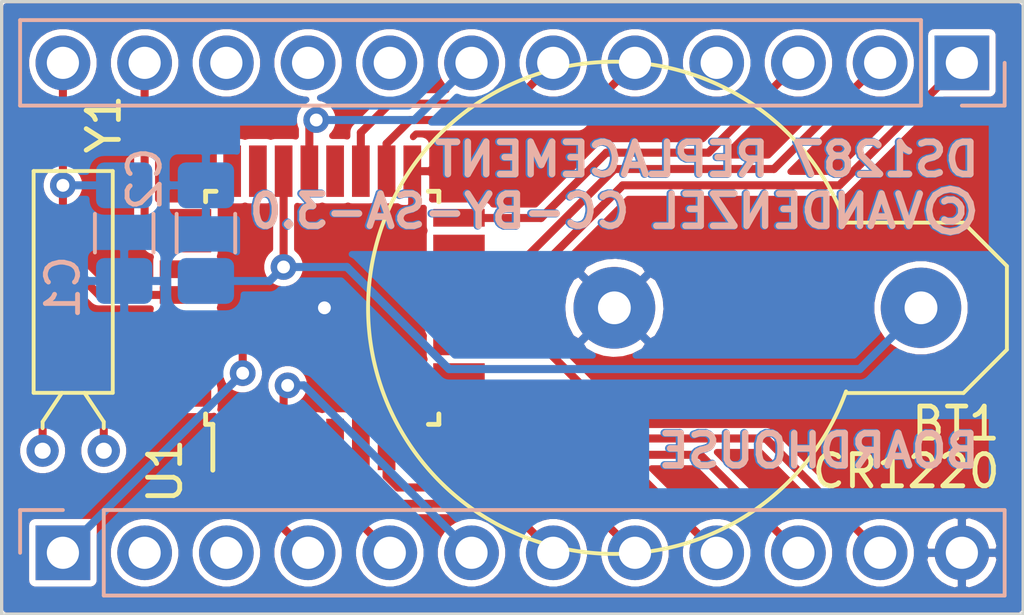
<source format=kicad_pcb>
(kicad_pcb (version 20171130) (host pcbnew "(5.1.9)-1")

  (general
    (thickness 1.6)
    (drawings 8)
    (tracks 93)
    (zones 0)
    (modules 7)
    (nets 22)
  )

  (page A4)
  (layers
    (0 F.Cu signal)
    (31 B.Cu signal)
    (32 B.Adhes user)
    (33 F.Adhes user)
    (34 B.Paste user)
    (35 F.Paste user)
    (36 B.SilkS user)
    (37 F.SilkS user)
    (38 B.Mask user)
    (39 F.Mask user)
    (40 Dwgs.User user)
    (41 Cmts.User user)
    (42 Eco1.User user)
    (43 Eco2.User user)
    (44 Edge.Cuts user)
    (45 Margin user)
    (46 B.CrtYd user)
    (47 F.CrtYd user)
    (48 B.Fab user)
    (49 F.Fab user)
  )

  (setup
    (last_trace_width 0.25)
    (trace_clearance 0.2)
    (zone_clearance 0)
    (zone_45_only no)
    (trace_min 0.2)
    (via_size 0.6)
    (via_drill 0.3)
    (via_min_size 0.6)
    (via_min_drill 0.3)
    (uvia_size 0.2)
    (uvia_drill 0.1)
    (uvias_allowed no)
    (uvia_min_size 0.2)
    (uvia_min_drill 0.1)
    (edge_width 0.15)
    (segment_width 0.2)
    (pcb_text_width 0.3)
    (pcb_text_size 1.5 1.5)
    (mod_edge_width 0.15)
    (mod_text_size 1 1)
    (mod_text_width 0.15)
    (pad_size 1.524 1.524)
    (pad_drill 0.762)
    (pad_to_mask_clearance 0.02)
    (solder_mask_min_width 0.2)
    (aux_axis_origin 0 0)
    (visible_elements 7FFFFFFF)
    (pcbplotparams
      (layerselection 0x010fc_ffffffff)
      (usegerberextensions false)
      (usegerberattributes false)
      (usegerberadvancedattributes false)
      (creategerberjobfile false)
      (excludeedgelayer true)
      (linewidth 0.100000)
      (plotframeref false)
      (viasonmask false)
      (mode 1)
      (useauxorigin false)
      (hpglpennumber 1)
      (hpglpenspeed 20)
      (hpglpendiameter 15.000000)
      (psnegative false)
      (psa4output false)
      (plotreference true)
      (plotvalue true)
      (plotinvisibletext false)
      (padsonsilk false)
      (subtractmaskfromsilk false)
      (outputformat 1)
      (mirror false)
      (drillshape 1)
      (scaleselection 1)
      (outputdirectory ""))
  )

  (net 0 "")
  (net 1 +BATT)
  (net 2 GND)
  (net 3 /AD7)
  (net 4 /AD6)
  (net 5 /AD5)
  (net 6 /AD4)
  (net 7 /AD3)
  (net 8 /AD2)
  (net 9 /AD1)
  (net 10 /AD0)
  (net 11 /MOT)
  (net 12 /~CS)
  (net 13 /AS)
  (net 14 /R~W)
  (net 15 /DS)
  (net 16 /~RESET)
  (net 17 /~IRQ)
  (net 18 /SQW)
  (net 19 VCC)
  (net 20 /X1)
  (net 21 /X2)

  (net_class Default "Dit is de standaard class."
    (clearance 0.2)
    (trace_width 0.25)
    (via_dia 0.6)
    (via_drill 0.3)
    (uvia_dia 0.2)
    (uvia_drill 0.1)
    (diff_pair_width 0.2)
    (diff_pair_gap 0)
    (add_net +BATT)
    (add_net /AD0)
    (add_net /AD1)
    (add_net /AD2)
    (add_net /AD3)
    (add_net /AD4)
    (add_net /AD5)
    (add_net /AD6)
    (add_net /AD7)
    (add_net /AS)
    (add_net /DS)
    (add_net /MOT)
    (add_net /R~W)
    (add_net /SQW)
    (add_net /X1)
    (add_net /X2)
    (add_net /~CS)
    (add_net /~IRQ)
    (add_net /~RESET)
    (add_net GND)
    (add_net VCC)
  )

  (module Capacitor_SMD:C_1206_3216Metric_Pad1.42x1.75mm_HandSolder (layer B.Cu) (tedit 5B301BBE) (tstamp 5F0A0A3F)
    (at 156.845 68.7975 90)
    (descr "Capacitor SMD 1206 (3216 Metric), square (rectangular) end terminal, IPC_7351 nominal with elongated pad for handsoldering. (Body size source: http://www.tortai-tech.com/upload/download/2011102023233369053.pdf), generated with kicad-footprint-generator")
    (tags "capacitor handsolder")
    (path /5EFBC9BF)
    (attr smd)
    (fp_text reference C2 (at 1.6875 -1.905 270) (layer B.SilkS)
      (effects (font (size 1 1) (thickness 0.15)) (justify mirror))
    )
    (fp_text value 100n (at 1.0525 -1.905 270) (layer B.Fab)
      (effects (font (size 1 1) (thickness 0.15)) (justify mirror))
    )
    (fp_line (start -1.6 -0.8) (end -1.6 0.8) (layer B.Fab) (width 0.1))
    (fp_line (start -1.6 0.8) (end 1.6 0.8) (layer B.Fab) (width 0.1))
    (fp_line (start 1.6 0.8) (end 1.6 -0.8) (layer B.Fab) (width 0.1))
    (fp_line (start 1.6 -0.8) (end -1.6 -0.8) (layer B.Fab) (width 0.1))
    (fp_line (start -0.602064 0.91) (end 0.602064 0.91) (layer B.SilkS) (width 0.12))
    (fp_line (start -0.602064 -0.91) (end 0.602064 -0.91) (layer B.SilkS) (width 0.12))
    (fp_line (start -2.45 -1.12) (end -2.45 1.12) (layer B.CrtYd) (width 0.05))
    (fp_line (start -2.45 1.12) (end 2.45 1.12) (layer B.CrtYd) (width 0.05))
    (fp_line (start 2.45 1.12) (end 2.45 -1.12) (layer B.CrtYd) (width 0.05))
    (fp_line (start 2.45 -1.12) (end -2.45 -1.12) (layer B.CrtYd) (width 0.05))
    (fp_text user %R (at 0.064999 0 270) (layer B.Fab)
      (effects (font (size 0.8 0.8) (thickness 0.12)) (justify mirror))
    )
    (pad 2 smd roundrect (at 1.4875 0 90) (size 1.425 1.75) (layers B.Cu B.Paste B.Mask) (roundrect_rratio 0.175439)
      (net 2 GND))
    (pad 1 smd roundrect (at -1.4875 0 90) (size 1.425 1.75) (layers B.Cu B.Paste B.Mask) (roundrect_rratio 0.175439)
      (net 1 +BATT))
    (model ${KISYS3DMOD}/Capacitor_SMD.3dshapes/C_1206_3216Metric.wrl
      (at (xyz 0 0 0))
      (scale (xyz 1 1 1))
      (rotate (xyz 0 0 0))
    )
  )

  (module Capacitor_SMD:C_1206_3216Metric_Pad1.42x1.75mm_HandSolder (layer B.Cu) (tedit 5B301BBE) (tstamp 5F0A0A2E)
    (at 154.305 68.7975 270)
    (descr "Capacitor SMD 1206 (3216 Metric), square (rectangular) end terminal, IPC_7351 nominal with elongated pad for handsoldering. (Body size source: http://www.tortai-tech.com/upload/download/2011102023233369053.pdf), generated with kicad-footprint-generator")
    (tags "capacitor handsolder")
    (path /5EFBC95F)
    (attr smd)
    (fp_text reference C1 (at 1.6875 1.905 270) (layer B.SilkS)
      (effects (font (size 1 1) (thickness 0.15)) (justify mirror))
    )
    (fp_text value 100n (at 1.0525 1.905 270) (layer B.Fab)
      (effects (font (size 1 1) (thickness 0.15)) (justify mirror))
    )
    (fp_line (start 2.45 -1.12) (end -2.45 -1.12) (layer B.CrtYd) (width 0.05))
    (fp_line (start 2.45 1.12) (end 2.45 -1.12) (layer B.CrtYd) (width 0.05))
    (fp_line (start -2.45 1.12) (end 2.45 1.12) (layer B.CrtYd) (width 0.05))
    (fp_line (start -2.45 -1.12) (end -2.45 1.12) (layer B.CrtYd) (width 0.05))
    (fp_line (start -0.602064 -0.91) (end 0.602064 -0.91) (layer B.SilkS) (width 0.12))
    (fp_line (start -0.602064 0.91) (end 0.602064 0.91) (layer B.SilkS) (width 0.12))
    (fp_line (start 1.6 -0.8) (end -1.6 -0.8) (layer B.Fab) (width 0.1))
    (fp_line (start 1.6 0.8) (end 1.6 -0.8) (layer B.Fab) (width 0.1))
    (fp_line (start -1.6 0.8) (end 1.6 0.8) (layer B.Fab) (width 0.1))
    (fp_line (start -1.6 -0.8) (end -1.6 0.8) (layer B.Fab) (width 0.1))
    (fp_text user %R (at 0 0 270) (layer B.Fab)
      (effects (font (size 0.8 0.8) (thickness 0.12)) (justify mirror))
    )
    (pad 1 smd roundrect (at -1.4875 0 270) (size 1.425 1.75) (layers B.Cu B.Paste B.Mask) (roundrect_rratio 0.175439)
      (net 19 VCC))
    (pad 2 smd roundrect (at 1.4875 0 270) (size 1.425 1.75) (layers B.Cu B.Paste B.Mask) (roundrect_rratio 0.175439)
      (net 2 GND))
    (model ${KISYS3DMOD}/Capacitor_SMD.3dshapes/C_1206_3216Metric.wrl
      (at (xyz 0 0 0))
      (scale (xyz 1 1 1))
      (rotate (xyz 0 0 0))
    )
  )

  (module Package_QFP:TQFP-32_7x7mm_P0.8mm (layer F.Cu) (tedit 5A02F146) (tstamp 5DEBDC12)
    (at 160.46 71.12 90)
    (descr "32-Lead Plastic Thin Quad Flatpack (PT) - 7x7x1.0 mm Body, 2.00 mm [TQFP] (see Microchip Packaging Specification 00000049BS.pdf)")
    (tags "QFP 0.8")
    (path /5DD0A7D3)
    (attr smd)
    (fp_text reference U1 (at -5.08 -4.885 90) (layer F.SilkS)
      (effects (font (size 1 1) (thickness 0.15)))
    )
    (fp_text value DS12885T+ (at 0.635 -4.25 90) (layer F.Fab)
      (effects (font (size 1 1) (thickness 0.15)))
    )
    (fp_line (start -3.625 -3.4) (end -5.05 -3.4) (layer F.SilkS) (width 0.15))
    (fp_line (start 3.625 -3.625) (end 3.3 -3.625) (layer F.SilkS) (width 0.15))
    (fp_line (start 3.625 3.625) (end 3.3 3.625) (layer F.SilkS) (width 0.15))
    (fp_line (start -3.625 3.625) (end -3.3 3.625) (layer F.SilkS) (width 0.15))
    (fp_line (start -3.625 -3.625) (end -3.3 -3.625) (layer F.SilkS) (width 0.15))
    (fp_line (start -3.625 3.625) (end -3.625 3.3) (layer F.SilkS) (width 0.15))
    (fp_line (start 3.625 3.625) (end 3.625 3.3) (layer F.SilkS) (width 0.15))
    (fp_line (start 3.625 -3.625) (end 3.625 -3.3) (layer F.SilkS) (width 0.15))
    (fp_line (start -3.625 -3.625) (end -3.625 -3.4) (layer F.SilkS) (width 0.15))
    (fp_line (start -5.3 5.3) (end 5.3 5.3) (layer F.CrtYd) (width 0.05))
    (fp_line (start -5.3 -5.3) (end 5.3 -5.3) (layer F.CrtYd) (width 0.05))
    (fp_line (start 5.3 -5.3) (end 5.3 5.3) (layer F.CrtYd) (width 0.05))
    (fp_line (start -5.3 -5.3) (end -5.3 5.3) (layer F.CrtYd) (width 0.05))
    (fp_line (start -3.5 -2.5) (end -2.5 -3.5) (layer F.Fab) (width 0.15))
    (fp_line (start -3.5 3.5) (end -3.5 -2.5) (layer F.Fab) (width 0.15))
    (fp_line (start 3.5 3.5) (end -3.5 3.5) (layer F.Fab) (width 0.15))
    (fp_line (start 3.5 -3.5) (end 3.5 3.5) (layer F.Fab) (width 0.15))
    (fp_line (start -2.5 -3.5) (end 3.5 -3.5) (layer F.Fab) (width 0.15))
    (fp_text user %R (at 0 0 90) (layer F.Fab)
      (effects (font (size 1 1) (thickness 0.15)))
    )
    (pad 1 smd rect (at -4.25 -2.8 90) (size 1.6 0.55) (layers F.Cu F.Paste F.Mask)
      (net 10 /AD0))
    (pad 2 smd rect (at -4.25 -2 90) (size 1.6 0.55) (layers F.Cu F.Paste F.Mask)
      (net 9 /AD1))
    (pad 3 smd rect (at -4.25 -1.2 90) (size 1.6 0.55) (layers F.Cu F.Paste F.Mask)
      (net 8 /AD2))
    (pad 4 smd rect (at -4.25 -0.4 90) (size 1.6 0.55) (layers F.Cu F.Paste F.Mask))
    (pad 5 smd rect (at -4.25 0.4 90) (size 1.6 0.55) (layers F.Cu F.Paste F.Mask)
      (net 7 /AD3))
    (pad 6 smd rect (at -4.25 1.2 90) (size 1.6 0.55) (layers F.Cu F.Paste F.Mask))
    (pad 7 smd rect (at -4.25 2 90) (size 1.6 0.55) (layers F.Cu F.Paste F.Mask)
      (net 6 /AD4))
    (pad 8 smd rect (at -4.25 2.8 90) (size 1.6 0.55) (layers F.Cu F.Paste F.Mask)
      (net 5 /AD5))
    (pad 9 smd rect (at -2.8 4.25 180) (size 1.6 0.55) (layers F.Cu F.Paste F.Mask)
      (net 4 /AD6))
    (pad 10 smd rect (at -2 4.25 180) (size 1.6 0.55) (layers F.Cu F.Paste F.Mask))
    (pad 11 smd rect (at -1.2 4.25 180) (size 1.6 0.55) (layers F.Cu F.Paste F.Mask)
      (net 3 /AD7))
    (pad 12 smd rect (at -0.4 4.25 180) (size 1.6 0.55) (layers F.Cu F.Paste F.Mask)
      (net 2 GND))
    (pad 13 smd rect (at 0.4 4.25 180) (size 1.6 0.55) (layers F.Cu F.Paste F.Mask)
      (net 12 /~CS))
    (pad 14 smd rect (at 1.2 4.25 180) (size 1.6 0.55) (layers F.Cu F.Paste F.Mask)
      (net 13 /AS))
    (pad 15 smd rect (at 2 4.25 180) (size 1.6 0.55) (layers F.Cu F.Paste F.Mask))
    (pad 16 smd rect (at 2.8 4.25 180) (size 1.6 0.55) (layers F.Cu F.Paste F.Mask)
      (net 14 /R~W))
    (pad 17 smd rect (at 4.25 2.8 90) (size 1.6 0.55) (layers F.Cu F.Paste F.Mask)
      (net 2 GND))
    (pad 18 smd rect (at 4.25 2 90) (size 1.6 0.55) (layers F.Cu F.Paste F.Mask)
      (net 15 /DS))
    (pad 19 smd rect (at 4.25 1.2 90) (size 1.6 0.55) (layers F.Cu F.Paste F.Mask)
      (net 16 /~RESET))
    (pad 20 smd rect (at 4.25 0.4 90) (size 1.6 0.55) (layers F.Cu F.Paste F.Mask))
    (pad 21 smd rect (at 4.25 -0.4 90) (size 1.6 0.55) (layers F.Cu F.Paste F.Mask)
      (net 17 /~IRQ))
    (pad 22 smd rect (at 4.25 -1.2 90) (size 1.6 0.55) (layers F.Cu F.Paste F.Mask)
      (net 1 +BATT))
    (pad 23 smd rect (at 4.25 -2 90) (size 1.6 0.55) (layers F.Cu F.Paste F.Mask))
    (pad 24 smd rect (at 4.25 -2.8 90) (size 1.6 0.55) (layers F.Cu F.Paste F.Mask))
    (pad 25 smd rect (at 2.8 -4.25 180) (size 1.6 0.55) (layers F.Cu F.Paste F.Mask))
    (pad 26 smd rect (at 2 -4.25 180) (size 1.6 0.55) (layers F.Cu F.Paste F.Mask)
      (net 18 /SQW))
    (pad 27 smd rect (at 1.2 -4.25 180) (size 1.6 0.55) (layers F.Cu F.Paste F.Mask))
    (pad 28 smd rect (at 0.4 -4.25 180) (size 1.6 0.55) (layers F.Cu F.Paste F.Mask)
      (net 19 VCC))
    (pad 29 smd rect (at -0.4 -4.25 180) (size 1.6 0.55) (layers F.Cu F.Paste F.Mask)
      (net 11 /MOT))
    (pad 30 smd rect (at -1.2 -4.25 180) (size 1.6 0.55) (layers F.Cu F.Paste F.Mask)
      (net 20 /X1))
    (pad 31 smd rect (at -2 -4.25 180) (size 1.6 0.55) (layers F.Cu F.Paste F.Mask)
      (net 21 /X2))
    (pad 32 smd rect (at -2.8 -4.25 180) (size 1.6 0.55) (layers F.Cu F.Paste F.Mask))
    (model ${KISYS3DMOD}/Package_QFP.3dshapes/TQFP-32_7x7mm_P0.8mm.wrl
      (at (xyz 0 0 0))
      (scale (xyz 1 1 1))
      (rotate (xyz 0 0 0))
    )
  )

  (module Crystal:Crystal_C26-LF_D2.1mm_L6.5mm_Horizontal (layer F.Cu) (tedit 5A0FD1B2) (tstamp 5DDFC120)
    (at 153.67 75.565 180)
    (descr "Crystal THT C26-LF 6.5mm length 2.06mm diameter")
    (tags ['C26-LF'])
    (path /5DD1BE95)
    (fp_text reference Y1 (at 0 10.16 270) (layer F.SilkS)
      (effects (font (size 1 1) (thickness 0.15)))
    )
    (fp_text value Crystal (at -1.27 4.445 270) (layer F.Fab)
      (effects (font (size 1 1) (thickness 0.15)))
    )
    (fp_line (start 2.8 -0.8) (end -0.9 -0.8) (layer F.CrtYd) (width 0.05))
    (fp_line (start 2.8 9.3) (end 2.8 -0.8) (layer F.CrtYd) (width 0.05))
    (fp_line (start -0.9 9.3) (end 2.8 9.3) (layer F.CrtYd) (width 0.05))
    (fp_line (start -0.9 -0.8) (end -0.9 9.3) (layer F.CrtYd) (width 0.05))
    (fp_line (start 1.9 0.9) (end 1.9 0.7) (layer F.SilkS) (width 0.12))
    (fp_line (start 1.3 1.8) (end 1.9 0.9) (layer F.SilkS) (width 0.12))
    (fp_line (start 0 0.9) (end 0 0.7) (layer F.SilkS) (width 0.12))
    (fp_line (start 0.6 1.8) (end 0 0.9) (layer F.SilkS) (width 0.12))
    (fp_line (start 2.18 1.8) (end -0.28 1.8) (layer F.SilkS) (width 0.12))
    (fp_line (start 2.18 8.7) (end 2.18 1.8) (layer F.SilkS) (width 0.12))
    (fp_line (start -0.28 8.7) (end 2.18 8.7) (layer F.SilkS) (width 0.12))
    (fp_line (start -0.28 1.8) (end -0.28 8.7) (layer F.SilkS) (width 0.12))
    (fp_line (start 1.9 1) (end 1.9 0) (layer F.Fab) (width 0.1))
    (fp_line (start 1.3 2) (end 1.9 1) (layer F.Fab) (width 0.1))
    (fp_line (start 0 1) (end 0 0) (layer F.Fab) (width 0.1))
    (fp_line (start 0.6 2) (end 0 1) (layer F.Fab) (width 0.1))
    (fp_line (start 1.98 2) (end -0.08 2) (layer F.Fab) (width 0.1))
    (fp_line (start 1.98 8.5) (end 1.98 2) (layer F.Fab) (width 0.1))
    (fp_line (start -0.08 8.5) (end 1.98 8.5) (layer F.Fab) (width 0.1))
    (fp_line (start -0.08 2) (end -0.08 8.5) (layer F.Fab) (width 0.1))
    (fp_text user %R (at 1 5.5 270) (layer F.Fab)
      (effects (font (size 0.7 0.7) (thickness 0.105)))
    )
    (pad 1 thru_hole circle (at 0 0 180) (size 1 1) (drill 0.5) (layers *.Cu *.Mask)
      (net 21 /X2))
    (pad 2 thru_hole circle (at 1.9 0 180) (size 1 1) (drill 0.5) (layers *.Cu *.Mask)
      (net 20 /X1))
    (model ${KISYS3DMOD}/Crystal.3dshapes/Crystal_C26-LF_D2.1mm_L6.5mm_Horizontal.wrl
      (at (xyz 0 0 0))
      (scale (xyz 1 1 1))
      (rotate (xyz 0 0 0))
    )
  )

  (module Battery:BatteryHolder_Keystone_500 (layer F.Cu) (tedit 5C1118DA) (tstamp 5DDFB6E0)
    (at 179.07 71.12 180)
    (descr "Keystone #500, CR1220 battery holder, http://www.keyelco.com/product-pdf.cfm?p=710")
    (tags "CR1220 battery holder")
    (path /5DD20572)
    (fp_text reference BT1 (at -2.54 -3.6 180) (layer F.SilkS)
      (effects (font (size 1 1) (thickness 0.15)) (justify right))
    )
    (fp_text value CR1220 (at -2.54 -5.08 180) (layer F.SilkS)
      (effects (font (size 1 1) (thickness 0.15)) (justify right))
    )
    (fp_circle (center 9.53 0) (end 2.41 2.54) (layer F.Fab) (width 0.1))
    (fp_circle (center 9.53 0) (end 3.94 0) (layer F.Fab) (width 0.1))
    (fp_line (start 13.08 4.32) (end 14.61 5.59) (layer F.Fab) (width 0.1))
    (fp_line (start 13.08 -4.32) (end 14.61 -5.59) (layer F.Fab) (width 0.1))
    (fp_line (start -2.54 -1.27) (end -1.27 -2.54) (layer F.Fab) (width 0.1))
    (fp_line (start -2.54 1.27) (end -2.54 -1.27) (layer F.Fab) (width 0.1))
    (fp_line (start -1.27 2.54) (end -2.54 1.27) (layer F.Fab) (width 0.1))
    (fp_line (start -1.27 -2.54) (end 2.41 -2.54) (layer F.Fab) (width 0.1))
    (fp_line (start -1.27 2.54) (end 2.41 2.54) (layer F.Fab) (width 0.1))
    (fp_line (start -1.32 -2.65) (end 2.33 -2.65) (layer F.SilkS) (width 0.12))
    (fp_line (start -2.67 -1.3) (end -1.32 -2.65) (layer F.SilkS) (width 0.12))
    (fp_line (start -2.67 1.3) (end -2.67 -1.3) (layer F.SilkS) (width 0.12))
    (fp_line (start -1.32 2.65) (end -2.67 1.3) (layer F.SilkS) (width 0.12))
    (fp_line (start 2.33 2.65) (end -1.32 2.65) (layer F.SilkS) (width 0.12))
    (fp_line (start -1.47 -2.85) (end 2.18 -2.85) (layer F.CrtYd) (width 0.05))
    (fp_line (start -2.92 -1.4) (end -1.47 -2.85) (layer F.CrtYd) (width 0.05))
    (fp_line (start -2.92 1.45) (end -2.92 -1.4) (layer F.CrtYd) (width 0.05))
    (fp_line (start -1.42 2.95) (end -2.92 1.45) (layer F.CrtYd) (width 0.05))
    (fp_line (start 2.23 2.95) (end -1.42 2.95) (layer F.CrtYd) (width 0.05))
    (fp_text user %R (at 7.275 0 180) (layer F.Fab)
      (effects (font (size 1 1) (thickness 0.15)))
    )
    (fp_arc (start 9.53 0) (end 2.18 -2.85) (angle 317) (layer F.CrtYd) (width 0.05))
    (fp_arc (start 9.53 0) (end 2.33 -2.6) (angle 320) (layer F.SilkS) (width 0.12))
    (pad 1 thru_hole circle (at 0 0 180) (size 2.5 2.5) (drill 1.02) (layers *.Cu *.Mask)
      (net 1 +BATT))
    (pad 2 thru_hole circle (at 9.53 0 180) (size 2.54 2.54) (drill 1.02) (layers *.Cu *.Mask)
      (net 2 GND))
    (model ${KISYS3DMOD}/Battery.3dshapes/BatteryHolder_Keystone_500.wrl
      (at (xyz 0 0 0))
      (scale (xyz 1 1 1))
      (rotate (xyz 0 0 0))
    )
  )

  (module Connector_PinHeader_2.54mm:PinHeader_1x12_P2.54mm_Vertical (layer B.Cu) (tedit 59FED5CC) (tstamp 5DDFB700)
    (at 152.4 78.74 270)
    (descr "Through hole straight pin header, 1x12, 2.54mm pitch, single row")
    (tags "Through hole pin header THT 1x12 2.54mm single row")
    (path /5DD0AA7D)
    (fp_text reference J1 (at -2.54 -27.94 270) (layer B.SilkS) hide
      (effects (font (size 1 1) (thickness 0.15)) (justify mirror))
    )
    (fp_text value Conn_01x12_Male (at -2.54 -19.685) (layer B.Fab)
      (effects (font (size 1 1) (thickness 0.15)) (justify mirror))
    )
    (fp_line (start -0.635 1.27) (end 1.27 1.27) (layer B.Fab) (width 0.1))
    (fp_line (start 1.27 1.27) (end 1.27 -29.21) (layer B.Fab) (width 0.1))
    (fp_line (start 1.27 -29.21) (end -1.27 -29.21) (layer B.Fab) (width 0.1))
    (fp_line (start -1.27 -29.21) (end -1.27 0.635) (layer B.Fab) (width 0.1))
    (fp_line (start -1.27 0.635) (end -0.635 1.27) (layer B.Fab) (width 0.1))
    (fp_line (start -1.33 -29.27) (end 1.33 -29.27) (layer B.SilkS) (width 0.12))
    (fp_line (start -1.33 -1.27) (end -1.33 -29.27) (layer B.SilkS) (width 0.12))
    (fp_line (start 1.33 -1.27) (end 1.33 -29.27) (layer B.SilkS) (width 0.12))
    (fp_line (start -1.33 -1.27) (end 1.33 -1.27) (layer B.SilkS) (width 0.12))
    (fp_line (start -1.33 0) (end -1.33 1.33) (layer B.SilkS) (width 0.12))
    (fp_line (start -1.33 1.33) (end 0 1.33) (layer B.SilkS) (width 0.12))
    (fp_line (start -1.8 1.8) (end -1.8 -29.75) (layer B.CrtYd) (width 0.05))
    (fp_line (start -1.8 -29.75) (end 1.8 -29.75) (layer B.CrtYd) (width 0.05))
    (fp_line (start 1.8 -29.75) (end 1.8 1.8) (layer B.CrtYd) (width 0.05))
    (fp_line (start 1.8 1.8) (end -1.8 1.8) (layer B.CrtYd) (width 0.05))
    (fp_text user %R (at 0 -13.97 180) (layer B.Fab)
      (effects (font (size 1 1) (thickness 0.15)) (justify mirror))
    )
    (pad 12 thru_hole oval (at 0 -27.94 270) (size 1.7 1.7) (drill 1) (layers *.Cu *.Mask)
      (net 2 GND))
    (pad 11 thru_hole oval (at 0 -25.4 270) (size 1.7 1.7) (drill 1) (layers *.Cu *.Mask)
      (net 3 /AD7))
    (pad 10 thru_hole oval (at 0 -22.86 270) (size 1.7 1.7) (drill 1) (layers *.Cu *.Mask)
      (net 4 /AD6))
    (pad 9 thru_hole oval (at 0 -20.32 270) (size 1.7 1.7) (drill 1) (layers *.Cu *.Mask)
      (net 5 /AD5))
    (pad 8 thru_hole oval (at 0 -17.78 270) (size 1.7 1.7) (drill 1) (layers *.Cu *.Mask)
      (net 6 /AD4))
    (pad 7 thru_hole oval (at 0 -15.24 270) (size 1.7 1.7) (drill 1) (layers *.Cu *.Mask)
      (net 7 /AD3))
    (pad 6 thru_hole oval (at 0 -12.7 270) (size 1.7 1.7) (drill 1) (layers *.Cu *.Mask)
      (net 8 /AD2))
    (pad 5 thru_hole oval (at 0 -10.16 270) (size 1.7 1.7) (drill 1) (layers *.Cu *.Mask)
      (net 9 /AD1))
    (pad 4 thru_hole oval (at 0 -7.62 270) (size 1.7 1.7) (drill 1) (layers *.Cu *.Mask)
      (net 10 /AD0))
    (pad 3 thru_hole oval (at 0 -5.08 270) (size 1.7 1.7) (drill 1) (layers *.Cu *.Mask))
    (pad 2 thru_hole oval (at 0 -2.54 270) (size 1.7 1.7) (drill 1) (layers *.Cu *.Mask))
    (pad 1 thru_hole rect (at 0 0 270) (size 1.7 1.7) (drill 1) (layers *.Cu *.Mask)
      (net 11 /MOT))
    (model ${KISYS3DMOD}/Connector_PinHeader_2.54mm.3dshapes/PinHeader_1x12_P2.54mm_Vertical.wrl
      (at (xyz 0 0 0))
      (scale (xyz 1 1 1))
      (rotate (xyz 0 0 0))
    )
  )

  (module Connector_PinHeader_2.54mm:PinHeader_1x12_P2.54mm_Vertical (layer B.Cu) (tedit 59FED5CC) (tstamp 5DDFB720)
    (at 180.34 63.5 90)
    (descr "Through hole straight pin header, 1x12, 2.54mm pitch, single row")
    (tags "Through hole pin header THT 1x12 2.54mm single row")
    (path /5DD0A997)
    (fp_text reference J2 (at -2.54 0 90) (layer B.SilkS) hide
      (effects (font (size 1 1) (thickness 0.15)) (justify mirror))
    )
    (fp_text value Conn_01x12_Male (at -2.54 -8.255 180) (layer B.Fab)
      (effects (font (size 1 1) (thickness 0.15)) (justify mirror))
    )
    (fp_line (start 1.8 1.8) (end -1.8 1.8) (layer B.CrtYd) (width 0.05))
    (fp_line (start 1.8 -29.75) (end 1.8 1.8) (layer B.CrtYd) (width 0.05))
    (fp_line (start -1.8 -29.75) (end 1.8 -29.75) (layer B.CrtYd) (width 0.05))
    (fp_line (start -1.8 1.8) (end -1.8 -29.75) (layer B.CrtYd) (width 0.05))
    (fp_line (start -1.33 1.33) (end 0 1.33) (layer B.SilkS) (width 0.12))
    (fp_line (start -1.33 0) (end -1.33 1.33) (layer B.SilkS) (width 0.12))
    (fp_line (start -1.33 -1.27) (end 1.33 -1.27) (layer B.SilkS) (width 0.12))
    (fp_line (start 1.33 -1.27) (end 1.33 -29.27) (layer B.SilkS) (width 0.12))
    (fp_line (start -1.33 -1.27) (end -1.33 -29.27) (layer B.SilkS) (width 0.12))
    (fp_line (start -1.33 -29.27) (end 1.33 -29.27) (layer B.SilkS) (width 0.12))
    (fp_line (start -1.27 0.635) (end -0.635 1.27) (layer B.Fab) (width 0.1))
    (fp_line (start -1.27 -29.21) (end -1.27 0.635) (layer B.Fab) (width 0.1))
    (fp_line (start 1.27 -29.21) (end -1.27 -29.21) (layer B.Fab) (width 0.1))
    (fp_line (start 1.27 1.27) (end 1.27 -29.21) (layer B.Fab) (width 0.1))
    (fp_line (start -0.635 1.27) (end 1.27 1.27) (layer B.Fab) (width 0.1))
    (fp_text user %R (at 0 -13.97) (layer B.Fab)
      (effects (font (size 1 1) (thickness 0.15)) (justify mirror))
    )
    (pad 1 thru_hole rect (at 0 0 90) (size 1.7 1.7) (drill 1) (layers *.Cu *.Mask)
      (net 12 /~CS))
    (pad 2 thru_hole oval (at 0 -2.54 90) (size 1.7 1.7) (drill 1) (layers *.Cu *.Mask)
      (net 13 /AS))
    (pad 3 thru_hole oval (at 0 -5.08 90) (size 1.7 1.7) (drill 1) (layers *.Cu *.Mask)
      (net 14 /R~W))
    (pad 4 thru_hole oval (at 0 -7.62 90) (size 1.7 1.7) (drill 1) (layers *.Cu *.Mask))
    (pad 5 thru_hole oval (at 0 -10.16 90) (size 1.7 1.7) (drill 1) (layers *.Cu *.Mask)
      (net 15 /DS))
    (pad 6 thru_hole oval (at 0 -12.7 90) (size 1.7 1.7) (drill 1) (layers *.Cu *.Mask)
      (net 16 /~RESET))
    (pad 7 thru_hole oval (at 0 -15.24 90) (size 1.7 1.7) (drill 1) (layers *.Cu *.Mask)
      (net 17 /~IRQ))
    (pad 8 thru_hole oval (at 0 -17.78 90) (size 1.7 1.7) (drill 1) (layers *.Cu *.Mask))
    (pad 9 thru_hole oval (at 0 -20.32 90) (size 1.7 1.7) (drill 1) (layers *.Cu *.Mask))
    (pad 10 thru_hole oval (at 0 -22.86 90) (size 1.7 1.7) (drill 1) (layers *.Cu *.Mask))
    (pad 11 thru_hole oval (at 0 -25.4 90) (size 1.7 1.7) (drill 1) (layers *.Cu *.Mask)
      (net 18 /SQW))
    (pad 12 thru_hole oval (at 0 -27.94 90) (size 1.7 1.7) (drill 1) (layers *.Cu *.Mask)
      (net 19 VCC))
    (model ${KISYS3DMOD}/Connector_PinHeader_2.54mm.3dshapes/PinHeader_1x12_P2.54mm_Vertical.wrl
      (at (xyz 0 0 0))
      (scale (xyz 1 1 1))
      (rotate (xyz 0 0 0))
    )
  )

  (gr_text BOARDHOUSE (at 180.975 75.565) (layer B.Cu)
    (effects (font (size 1 1) (thickness 0.25)) (justify left mirror))
  )
  (gr_text BOARDHOUSE (at 180.975 75.565) (layer B.SilkS)
    (effects (font (size 1 1) (thickness 0.2)) (justify left mirror))
  )
  (gr_text "DS1287 REPLACEMENT\n©VANDENZEL CC-BY-SA-3.0" (at 180.975 67.31) (layer B.SilkS)
    (effects (font (size 1 1) (thickness 0.2)) (justify left mirror))
  )
  (gr_text "DS1287 REPLACEMENT\n©VANDENZEL CC-BY-SA-3.0" (at 180.975 67.31) (layer B.Cu)
    (effects (font (size 1 1) (thickness 0.25)) (justify left mirror))
  )
  (gr_line (start 150.495 61.595) (end 150.495 80.645) (layer Edge.Cuts) (width 0.1) (tstamp 6006137B))
  (gr_line (start 182.245 61.595) (end 150.495 61.595) (layer Edge.Cuts) (width 0.1))
  (gr_line (start 182.245 80.645) (end 182.245 61.595) (layer Edge.Cuts) (width 0.1))
  (gr_line (start 150.495 80.645) (end 182.245 80.645) (layer Edge.Cuts) (width 0.1))

  (segment (start 159.26 69.848) (end 159.26 66.87) (width 0.25) (layer F.Cu) (net 1))
  (segment (start 159.258 69.85) (end 159.26 69.848) (width 0.25) (layer F.Cu) (net 1))
  (via (at 159.258 69.85) (size 0.8) (drill 0.4) (layers F.Cu B.Cu) (net 1))
  (segment (start 158.823 70.285) (end 159.258 69.85) (width 0.25) (layer B.Cu) (net 1))
  (segment (start 156.845 70.285) (end 158.823 70.285) (width 0.25) (layer B.Cu) (net 1))
  (segment (start 177.165 73.025) (end 179.07 71.12) (width 0.25) (layer B.Cu) (net 1))
  (segment (start 164.4015 73.025) (end 177.165 73.025) (width 0.25) (layer B.Cu) (net 1))
  (segment (start 161.2265 69.85) (end 164.4015 73.025) (width 0.25) (layer B.Cu) (net 1))
  (segment (start 159.258 69.85) (end 161.2265 69.85) (width 0.25) (layer B.Cu) (net 1))
  (via (at 160.528 71.12) (size 0.8) (drill 0.4) (layers F.Cu B.Cu) (net 2))
  (segment (start 163.26 68.388) (end 160.528 71.12) (width 0.25) (layer F.Cu) (net 2))
  (segment (start 163.26 66.87) (end 163.26 68.388) (width 0.25) (layer F.Cu) (net 2))
  (segment (start 160.928 71.52) (end 160.528 71.12) (width 0.25) (layer F.Cu) (net 2))
  (segment (start 164.71 71.52) (end 160.928 71.52) (width 0.25) (layer F.Cu) (net 2))
  (segment (start 174.244 75.184) (end 177.8 78.74) (width 0.25) (layer F.Cu) (net 3))
  (segment (start 170.18 75.184) (end 174.244 75.184) (width 0.25) (layer F.Cu) (net 3))
  (segment (start 164.719 72.263) (end 167.259 72.263) (width 0.25) (layer F.Cu) (net 3))
  (segment (start 167.259 72.263) (end 170.18 75.184) (width 0.25) (layer F.Cu) (net 3))
  (segment (start 172.212 75.692) (end 175.26 78.74) (width 0.25) (layer F.Cu) (net 4))
  (segment (start 169.926 75.692) (end 172.212 75.692) (width 0.25) (layer F.Cu) (net 4))
  (segment (start 164.719 73.914) (end 168.148 73.914) (width 0.25) (layer F.Cu) (net 4))
  (segment (start 168.148 73.914) (end 169.926 75.692) (width 0.25) (layer F.Cu) (net 4))
  (segment (start 170.18 76.2) (end 172.72 78.74) (width 0.25) (layer F.Cu) (net 5))
  (segment (start 164.347 76.2) (end 170.18 76.2) (width 0.25) (layer F.Cu) (net 5))
  (segment (start 163.26 75.37) (end 163.517 75.37) (width 0.25) (layer F.Cu) (net 5))
  (segment (start 163.517 75.37) (end 164.347 76.2) (width 0.25) (layer F.Cu) (net 5))
  (segment (start 162.46 75.37) (end 162.46 76.354) (width 0.25) (layer F.Cu) (net 6))
  (segment (start 162.46 76.354) (end 162.814 76.708) (width 0.25) (layer F.Cu) (net 6))
  (segment (start 168.148 76.708) (end 170.18 78.74) (width 0.25) (layer F.Cu) (net 6))
  (segment (start 162.814 76.708) (end 168.148 76.708) (width 0.25) (layer F.Cu) (net 6))
  (segment (start 166.116 77.216) (end 167.64 78.74) (width 0.25) (layer F.Cu) (net 7))
  (segment (start 162.179 77.216) (end 166.116 77.216) (width 0.25) (layer F.Cu) (net 7))
  (segment (start 161.671 76.708) (end 162.179 77.216) (width 0.25) (layer F.Cu) (net 7))
  (segment (start 161.163 76.708) (end 161.671 76.708) (width 0.25) (layer F.Cu) (net 7))
  (segment (start 160.86 75.37) (end 160.86 76.405) (width 0.25) (layer F.Cu) (net 7))
  (segment (start 160.86 76.405) (end 161.163 76.708) (width 0.25) (layer F.Cu) (net 7))
  (via (at 159.385 73.533) (size 0.8) (drill 0.4) (layers F.Cu B.Cu) (net 8))
  (segment (start 159.893 73.533) (end 165.1 78.74) (width 0.25) (layer B.Cu) (net 8))
  (segment (start 159.385 73.533) (end 159.893 73.533) (width 0.25) (layer B.Cu) (net 8))
  (segment (start 159.26 73.658) (end 159.385 73.533) (width 0.25) (layer F.Cu) (net 8))
  (segment (start 159.26 75.37) (end 159.26 73.658) (width 0.25) (layer F.Cu) (net 8))
  (segment (start 161.036 77.216) (end 162.56 78.74) (width 0.25) (layer F.Cu) (net 9))
  (segment (start 159.258 77.216) (end 161.036 77.216) (width 0.25) (layer F.Cu) (net 9))
  (segment (start 158.46 75.37) (end 158.46 76.418) (width 0.25) (layer F.Cu) (net 9))
  (segment (start 158.46 76.418) (end 159.258 77.216) (width 0.25) (layer F.Cu) (net 9))
  (segment (start 157.66 76.38) (end 157.66 75.37) (width 0.25) (layer F.Cu) (net 10))
  (segment (start 160.02 78.74) (end 157.66 76.38) (width 0.25) (layer F.Cu) (net 10))
  (via (at 157.988 73.152) (size 0.8) (drill 0.4) (layers F.Cu B.Cu) (net 11))
  (segment (start 157.04 71.52) (end 156.21 71.52) (width 0.25) (layer F.Cu) (net 11))
  (segment (start 157.988 72.468) (end 157.04 71.52) (width 0.25) (layer F.Cu) (net 11))
  (segment (start 157.988 73.152) (end 157.988 72.468) (width 0.25) (layer F.Cu) (net 11))
  (segment (start 156.21 74.93) (end 152.4 78.74) (width 0.25) (layer B.Cu) (net 11))
  (segment (start 157.988 73.152) (end 156.21 74.93) (width 0.25) (layer B.Cu) (net 11))
  (segment (start 176.53 67.31) (end 180.34 63.5) (width 0.25) (layer F.Cu) (net 12))
  (segment (start 169.799 67.31) (end 176.53 67.31) (width 0.25) (layer F.Cu) (net 12))
  (segment (start 164.719 70.739) (end 166.37 70.739) (width 0.25) (layer F.Cu) (net 12))
  (segment (start 166.37 70.739) (end 169.799 67.31) (width 0.25) (layer F.Cu) (net 12))
  (segment (start 174.498 66.802) (end 177.8 63.5) (width 0.25) (layer F.Cu) (net 13))
  (segment (start 169.545 66.802) (end 174.498 66.802) (width 0.25) (layer F.Cu) (net 13))
  (segment (start 164.719 69.977) (end 166.37 69.977) (width 0.25) (layer F.Cu) (net 13))
  (segment (start 166.37 69.977) (end 169.545 66.802) (width 0.25) (layer F.Cu) (net 13))
  (segment (start 172.466 66.294) (end 175.26 63.5) (width 0.25) (layer F.Cu) (net 14))
  (segment (start 169.291 66.294) (end 172.466 66.294) (width 0.25) (layer F.Cu) (net 14))
  (segment (start 164.719 68.326) (end 167.259 68.326) (width 0.25) (layer F.Cu) (net 14))
  (segment (start 167.259 68.326) (end 169.291 66.294) (width 0.25) (layer F.Cu) (net 14))
  (segment (start 162.46 66.013) (end 162.46 66.87) (width 0.25) (layer F.Cu) (net 15))
  (segment (start 163.195 65.278) (end 162.46 66.013) (width 0.25) (layer F.Cu) (net 15))
  (segment (start 170.18 63.5) (end 168.402 65.278) (width 0.25) (layer F.Cu) (net 15))
  (segment (start 168.402 65.278) (end 163.195 65.278) (width 0.25) (layer F.Cu) (net 15))
  (segment (start 161.66 65.67) (end 161.66 66.87) (width 0.25) (layer F.Cu) (net 16))
  (segment (start 162.56 64.77) (end 161.66 65.67) (width 0.25) (layer F.Cu) (net 16))
  (segment (start 167.64 63.5) (end 166.37 64.77) (width 0.25) (layer F.Cu) (net 16))
  (segment (start 166.37 64.77) (end 162.56 64.77) (width 0.25) (layer F.Cu) (net 16))
  (via (at 160.274 65.278) (size 0.8) (drill 0.4) (layers F.Cu B.Cu) (net 17))
  (segment (start 160.06 65.492) (end 160.06 66.87) (width 0.25) (layer F.Cu) (net 17))
  (segment (start 160.274 65.278) (end 160.06 65.492) (width 0.25) (layer F.Cu) (net 17))
  (segment (start 163.322 65.278) (end 165.1 63.5) (width 0.25) (layer B.Cu) (net 17))
  (segment (start 160.274 65.278) (end 163.322 65.278) (width 0.25) (layer B.Cu) (net 17))
  (segment (start 154.94 63.5) (end 154.94 68.834) (width 0.25) (layer F.Cu) (net 18))
  (segment (start 155.226 69.12) (end 156.21 69.12) (width 0.25) (layer F.Cu) (net 18))
  (segment (start 154.94 68.834) (end 155.226 69.12) (width 0.25) (layer F.Cu) (net 18))
  (segment (start 152.4 63.5) (end 152.4 67.31) (width 0.25) (layer F.Cu) (net 19))
  (segment (start 153.524 70.72) (end 156.21 70.72) (width 0.25) (layer F.Cu) (net 19))
  (segment (start 152.4 69.596) (end 153.524 70.72) (width 0.25) (layer F.Cu) (net 19))
  (segment (start 152.4 67.31) (end 152.4 69.596) (width 0.25) (layer F.Cu) (net 19) (tstamp 5F0A0D76))
  (via (at 152.4 67.31) (size 0.8) (drill 0.4) (layers F.Cu B.Cu) (net 19))
  (segment (start 152.4 67.31) (end 153.67 67.31) (width 0.25) (layer B.Cu) (net 19))
  (segment (start 151.77 74.023) (end 151.77 75.565) (width 0.25) (layer F.Cu) (net 20))
  (segment (start 153.473 72.32) (end 151.77 74.023) (width 0.25) (layer F.Cu) (net 20))
  (segment (start 156.21 72.32) (end 153.473 72.32) (width 0.25) (layer F.Cu) (net 20))
  (segment (start 153.67 74.041) (end 153.67 75.565) (width 0.25) (layer F.Cu) (net 21))
  (segment (start 154.591 73.12) (end 153.67 74.041) (width 0.25) (layer F.Cu) (net 21))
  (segment (start 156.21 73.12) (end 154.591 73.12) (width 0.25) (layer F.Cu) (net 21))

  (zone (net 2) (net_name GND) (layer F.Cu) (tstamp 5DEBD5EF) (hatch edge 0.508)
    (connect_pads (clearance 0))
    (min_thickness 0.2)
    (fill yes (arc_segments 16) (thermal_gap 0.25) (thermal_bridge_width 0.25))
    (polygon
      (pts
        (xy 182.245 80.645) (xy 182.245 61.595) (xy 150.495 61.595) (xy 150.495 80.645)
      )
    )
    (filled_polygon
      (pts
        (xy 182.095 80.495) (xy 150.645 80.495) (xy 150.645 77.89) (xy 151.248549 77.89) (xy 151.248549 79.59)
        (xy 151.254341 79.64881) (xy 151.271496 79.70536) (xy 151.299353 79.757477) (xy 151.336842 79.803158) (xy 151.382523 79.840647)
        (xy 151.43464 79.868504) (xy 151.49119 79.885659) (xy 151.55 79.891451) (xy 153.25 79.891451) (xy 153.30881 79.885659)
        (xy 153.36536 79.868504) (xy 153.417477 79.840647) (xy 153.463158 79.803158) (xy 153.500647 79.757477) (xy 153.528504 79.70536)
        (xy 153.545659 79.64881) (xy 153.551451 79.59) (xy 153.551451 78.626735) (xy 153.79 78.626735) (xy 153.79 78.853265)
        (xy 153.834194 79.075443) (xy 153.920884 79.284729) (xy 154.046737 79.473082) (xy 154.206918 79.633263) (xy 154.395271 79.759116)
        (xy 154.604557 79.845806) (xy 154.826735 79.89) (xy 155.053265 79.89) (xy 155.275443 79.845806) (xy 155.484729 79.759116)
        (xy 155.673082 79.633263) (xy 155.833263 79.473082) (xy 155.959116 79.284729) (xy 156.045806 79.075443) (xy 156.09 78.853265)
        (xy 156.09 78.626735) (xy 156.33 78.626735) (xy 156.33 78.853265) (xy 156.374194 79.075443) (xy 156.460884 79.284729)
        (xy 156.586737 79.473082) (xy 156.746918 79.633263) (xy 156.935271 79.759116) (xy 157.144557 79.845806) (xy 157.366735 79.89)
        (xy 157.593265 79.89) (xy 157.815443 79.845806) (xy 158.024729 79.759116) (xy 158.213082 79.633263) (xy 158.373263 79.473082)
        (xy 158.499116 79.284729) (xy 158.585806 79.075443) (xy 158.63 78.853265) (xy 158.63 78.626735) (xy 158.585806 78.404557)
        (xy 158.499116 78.195271) (xy 158.373263 78.006918) (xy 158.213082 77.846737) (xy 158.024729 77.720884) (xy 157.815443 77.634194)
        (xy 157.593265 77.59) (xy 157.366735 77.59) (xy 157.144557 77.634194) (xy 156.935271 77.720884) (xy 156.746918 77.846737)
        (xy 156.586737 78.006918) (xy 156.460884 78.195271) (xy 156.374194 78.404557) (xy 156.33 78.626735) (xy 156.09 78.626735)
        (xy 156.045806 78.404557) (xy 155.959116 78.195271) (xy 155.833263 78.006918) (xy 155.673082 77.846737) (xy 155.484729 77.720884)
        (xy 155.275443 77.634194) (xy 155.053265 77.59) (xy 154.826735 77.59) (xy 154.604557 77.634194) (xy 154.395271 77.720884)
        (xy 154.206918 77.846737) (xy 154.046737 78.006918) (xy 153.920884 78.195271) (xy 153.834194 78.404557) (xy 153.79 78.626735)
        (xy 153.551451 78.626735) (xy 153.551451 77.89) (xy 153.545659 77.83119) (xy 153.528504 77.77464) (xy 153.500647 77.722523)
        (xy 153.463158 77.676842) (xy 153.417477 77.639353) (xy 153.36536 77.611496) (xy 153.30881 77.594341) (xy 153.25 77.588549)
        (xy 151.55 77.588549) (xy 151.49119 77.594341) (xy 151.43464 77.611496) (xy 151.382523 77.639353) (xy 151.336842 77.676842)
        (xy 151.299353 77.722523) (xy 151.271496 77.77464) (xy 151.254341 77.83119) (xy 151.248549 77.89) (xy 150.645 77.89)
        (xy 150.645 75.486207) (xy 150.97 75.486207) (xy 150.97 75.643793) (xy 151.000743 75.798351) (xy 151.061049 75.943942)
        (xy 151.148599 76.07497) (xy 151.26003 76.186401) (xy 151.391058 76.273951) (xy 151.536649 76.334257) (xy 151.691207 76.365)
        (xy 151.848793 76.365) (xy 152.003351 76.334257) (xy 152.148942 76.273951) (xy 152.27997 76.186401) (xy 152.391401 76.07497)
        (xy 152.478951 75.943942) (xy 152.539257 75.798351) (xy 152.57 75.643793) (xy 152.57 75.486207) (xy 152.539257 75.331649)
        (xy 152.478951 75.186058) (xy 152.391401 75.05503) (xy 152.27997 74.943599) (xy 152.195 74.886824) (xy 152.195 74.19904)
        (xy 153.649041 72.745) (xy 154.391001 72.745) (xy 154.35374 72.764916) (xy 154.289026 72.818026) (xy 154.275721 72.834238)
        (xy 153.384243 73.725717) (xy 153.368026 73.739026) (xy 153.314916 73.803741) (xy 153.275452 73.877574) (xy 153.258522 73.933384)
        (xy 153.256611 73.939686) (xy 153.25115 73.957687) (xy 153.245 74.020127) (xy 153.245 74.020133) (xy 153.242945 74.041)
        (xy 153.245 74.061867) (xy 153.245001 74.886824) (xy 153.16003 74.943599) (xy 153.048599 75.05503) (xy 152.961049 75.186058)
        (xy 152.900743 75.331649) (xy 152.87 75.486207) (xy 152.87 75.643793) (xy 152.900743 75.798351) (xy 152.961049 75.943942)
        (xy 153.048599 76.07497) (xy 153.16003 76.186401) (xy 153.291058 76.273951) (xy 153.436649 76.334257) (xy 153.591207 76.365)
        (xy 153.748793 76.365) (xy 153.903351 76.334257) (xy 154.048942 76.273951) (xy 154.17997 76.186401) (xy 154.291401 76.07497)
        (xy 154.378951 75.943942) (xy 154.439257 75.798351) (xy 154.47 75.643793) (xy 154.47 75.486207) (xy 154.439257 75.331649)
        (xy 154.378951 75.186058) (xy 154.291401 75.05503) (xy 154.17997 74.943599) (xy 154.095 74.886824) (xy 154.095 74.21704)
        (xy 154.767041 73.545) (xy 155.126836 73.545) (xy 155.114341 73.58619) (xy 155.108549 73.645) (xy 155.108549 74.195)
        (xy 155.114341 74.25381) (xy 155.131496 74.31036) (xy 155.159353 74.362477) (xy 155.196842 74.408158) (xy 155.242523 74.445647)
        (xy 155.29464 74.473504) (xy 155.35119 74.490659) (xy 155.41 74.496451) (xy 157.01 74.496451) (xy 157.06881 74.490659)
        (xy 157.098281 74.481719) (xy 157.089341 74.51119) (xy 157.083549 74.57) (xy 157.083549 76.17) (xy 157.089341 76.22881)
        (xy 157.106496 76.28536) (xy 157.134353 76.337477) (xy 157.171842 76.383158) (xy 157.217523 76.420647) (xy 157.238027 76.431607)
        (xy 157.238584 76.437259) (xy 157.24115 76.463314) (xy 157.247959 76.48576) (xy 157.265452 76.543426) (xy 157.304916 76.617259)
        (xy 157.358026 76.681974) (xy 157.374243 76.695283) (xy 158.963788 78.284828) (xy 158.914194 78.404557) (xy 158.87 78.626735)
        (xy 158.87 78.853265) (xy 158.914194 79.075443) (xy 159.000884 79.284729) (xy 159.126737 79.473082) (xy 159.286918 79.633263)
        (xy 159.475271 79.759116) (xy 159.684557 79.845806) (xy 159.906735 79.89) (xy 160.133265 79.89) (xy 160.355443 79.845806)
        (xy 160.564729 79.759116) (xy 160.753082 79.633263) (xy 160.913263 79.473082) (xy 161.039116 79.284729) (xy 161.125806 79.075443)
        (xy 161.17 78.853265) (xy 161.17 78.626735) (xy 161.125806 78.404557) (xy 161.039116 78.195271) (xy 160.913263 78.006918)
        (xy 160.753082 77.846737) (xy 160.564729 77.720884) (xy 160.371874 77.641) (xy 160.85996 77.641) (xy 161.503788 78.284828)
        (xy 161.454194 78.404557) (xy 161.41 78.626735) (xy 161.41 78.853265) (xy 161.454194 79.075443) (xy 161.540884 79.284729)
        (xy 161.666737 79.473082) (xy 161.826918 79.633263) (xy 162.015271 79.759116) (xy 162.224557 79.845806) (xy 162.446735 79.89)
        (xy 162.673265 79.89) (xy 162.895443 79.845806) (xy 163.104729 79.759116) (xy 163.293082 79.633263) (xy 163.453263 79.473082)
        (xy 163.579116 79.284729) (xy 163.665806 79.075443) (xy 163.71 78.853265) (xy 163.71 78.626735) (xy 163.665806 78.404557)
        (xy 163.579116 78.195271) (xy 163.453263 78.006918) (xy 163.293082 77.846737) (xy 163.104729 77.720884) (xy 162.911874 77.641)
        (xy 164.748126 77.641) (xy 164.555271 77.720884) (xy 164.366918 77.846737) (xy 164.206737 78.006918) (xy 164.080884 78.195271)
        (xy 163.994194 78.404557) (xy 163.95 78.626735) (xy 163.95 78.853265) (xy 163.994194 79.075443) (xy 164.080884 79.284729)
        (xy 164.206737 79.473082) (xy 164.366918 79.633263) (xy 164.555271 79.759116) (xy 164.764557 79.845806) (xy 164.986735 79.89)
        (xy 165.213265 79.89) (xy 165.435443 79.845806) (xy 165.644729 79.759116) (xy 165.833082 79.633263) (xy 165.993263 79.473082)
        (xy 166.119116 79.284729) (xy 166.205806 79.075443) (xy 166.25 78.853265) (xy 166.25 78.626735) (xy 166.205806 78.404557)
        (xy 166.119116 78.195271) (xy 165.993263 78.006918) (xy 165.833082 77.846737) (xy 165.644729 77.720884) (xy 165.451874 77.641)
        (xy 165.93996 77.641) (xy 166.583788 78.284828) (xy 166.534194 78.404557) (xy 166.49 78.626735) (xy 166.49 78.853265)
        (xy 166.534194 79.075443) (xy 166.620884 79.284729) (xy 166.746737 79.473082) (xy 166.906918 79.633263) (xy 167.095271 79.759116)
        (xy 167.304557 79.845806) (xy 167.526735 79.89) (xy 167.753265 79.89) (xy 167.975443 79.845806) (xy 168.184729 79.759116)
        (xy 168.373082 79.633263) (xy 168.533263 79.473082) (xy 168.659116 79.284729) (xy 168.745806 79.075443) (xy 168.79 78.853265)
        (xy 168.79 78.626735) (xy 168.745806 78.404557) (xy 168.659116 78.195271) (xy 168.533263 78.006918) (xy 168.373082 77.846737)
        (xy 168.184729 77.720884) (xy 167.975443 77.634194) (xy 167.753265 77.59) (xy 167.526735 77.59) (xy 167.304557 77.634194)
        (xy 167.184828 77.683788) (xy 166.63404 77.133) (xy 167.97196 77.133) (xy 169.123788 78.284828) (xy 169.074194 78.404557)
        (xy 169.03 78.626735) (xy 169.03 78.853265) (xy 169.074194 79.075443) (xy 169.160884 79.284729) (xy 169.286737 79.473082)
        (xy 169.446918 79.633263) (xy 169.635271 79.759116) (xy 169.844557 79.845806) (xy 170.066735 79.89) (xy 170.293265 79.89)
        (xy 170.515443 79.845806) (xy 170.724729 79.759116) (xy 170.913082 79.633263) (xy 171.073263 79.473082) (xy 171.199116 79.284729)
        (xy 171.285806 79.075443) (xy 171.33 78.853265) (xy 171.33 78.626735) (xy 171.285806 78.404557) (xy 171.199116 78.195271)
        (xy 171.073263 78.006918) (xy 170.913082 77.846737) (xy 170.724729 77.720884) (xy 170.515443 77.634194) (xy 170.293265 77.59)
        (xy 170.066735 77.59) (xy 169.844557 77.634194) (xy 169.724828 77.683788) (xy 168.66604 76.625) (xy 170.00396 76.625)
        (xy 171.663788 78.284828) (xy 171.614194 78.404557) (xy 171.57 78.626735) (xy 171.57 78.853265) (xy 171.614194 79.075443)
        (xy 171.700884 79.284729) (xy 171.826737 79.473082) (xy 171.986918 79.633263) (xy 172.175271 79.759116) (xy 172.384557 79.845806)
        (xy 172.606735 79.89) (xy 172.833265 79.89) (xy 173.055443 79.845806) (xy 173.264729 79.759116) (xy 173.453082 79.633263)
        (xy 173.613263 79.473082) (xy 173.739116 79.284729) (xy 173.825806 79.075443) (xy 173.87 78.853265) (xy 173.87 78.626735)
        (xy 173.825806 78.404557) (xy 173.739116 78.195271) (xy 173.613263 78.006918) (xy 173.453082 77.846737) (xy 173.264729 77.720884)
        (xy 173.055443 77.634194) (xy 172.833265 77.59) (xy 172.606735 77.59) (xy 172.384557 77.634194) (xy 172.264828 77.683788)
        (xy 170.69804 76.117) (xy 172.03596 76.117) (xy 174.203788 78.284828) (xy 174.154194 78.404557) (xy 174.11 78.626735)
        (xy 174.11 78.853265) (xy 174.154194 79.075443) (xy 174.240884 79.284729) (xy 174.366737 79.473082) (xy 174.526918 79.633263)
        (xy 174.715271 79.759116) (xy 174.924557 79.845806) (xy 175.146735 79.89) (xy 175.373265 79.89) (xy 175.595443 79.845806)
        (xy 175.804729 79.759116) (xy 175.993082 79.633263) (xy 176.153263 79.473082) (xy 176.279116 79.284729) (xy 176.365806 79.075443)
        (xy 176.41 78.853265) (xy 176.41 78.626735) (xy 176.365806 78.404557) (xy 176.279116 78.195271) (xy 176.153263 78.006918)
        (xy 175.993082 77.846737) (xy 175.804729 77.720884) (xy 175.595443 77.634194) (xy 175.373265 77.59) (xy 175.146735 77.59)
        (xy 174.924557 77.634194) (xy 174.804828 77.683788) (xy 172.73004 75.609) (xy 174.06796 75.609) (xy 176.743788 78.284828)
        (xy 176.694194 78.404557) (xy 176.65 78.626735) (xy 176.65 78.853265) (xy 176.694194 79.075443) (xy 176.780884 79.284729)
        (xy 176.906737 79.473082) (xy 177.066918 79.633263) (xy 177.255271 79.759116) (xy 177.464557 79.845806) (xy 177.686735 79.89)
        (xy 177.913265 79.89) (xy 178.135443 79.845806) (xy 178.344729 79.759116) (xy 178.533082 79.633263) (xy 178.693263 79.473082)
        (xy 178.819116 79.284729) (xy 178.905806 79.075443) (xy 178.930286 78.952373) (xy 179.158941 78.952373) (xy 179.223067 79.178705)
        (xy 179.330116 79.388178) (xy 179.475974 79.572742) (xy 179.655036 79.725304) (xy 179.860421 79.840002) (xy 180.084236 79.912427)
        (xy 180.127627 79.921058) (xy 180.315 79.852219) (xy 180.315 78.765) (xy 180.365 78.765) (xy 180.365 79.852219)
        (xy 180.552373 79.921058) (xy 180.595764 79.912427) (xy 180.819579 79.840002) (xy 181.024964 79.725304) (xy 181.204026 79.572742)
        (xy 181.349884 79.388178) (xy 181.456933 79.178705) (xy 181.521059 78.952373) (xy 181.452241 78.765) (xy 180.365 78.765)
        (xy 180.315 78.765) (xy 179.227759 78.765) (xy 179.158941 78.952373) (xy 178.930286 78.952373) (xy 178.95 78.853265)
        (xy 178.95 78.626735) (xy 178.930287 78.527627) (xy 179.158941 78.527627) (xy 179.227759 78.715) (xy 180.315 78.715)
        (xy 180.315 77.627781) (xy 180.365 77.627781) (xy 180.365 78.715) (xy 181.452241 78.715) (xy 181.521059 78.527627)
        (xy 181.456933 78.301295) (xy 181.349884 78.091822) (xy 181.204026 77.907258) (xy 181.024964 77.754696) (xy 180.819579 77.639998)
        (xy 180.595764 77.567573) (xy 180.552373 77.558942) (xy 180.365 77.627781) (xy 180.315 77.627781) (xy 180.127627 77.558942)
        (xy 180.084236 77.567573) (xy 179.860421 77.639998) (xy 179.655036 77.754696) (xy 179.475974 77.907258) (xy 179.330116 78.091822)
        (xy 179.223067 78.301295) (xy 179.158941 78.527627) (xy 178.930287 78.527627) (xy 178.905806 78.404557) (xy 178.819116 78.195271)
        (xy 178.693263 78.006918) (xy 178.533082 77.846737) (xy 178.344729 77.720884) (xy 178.135443 77.634194) (xy 177.913265 77.59)
        (xy 177.686735 77.59) (xy 177.464557 77.634194) (xy 177.344828 77.683788) (xy 174.559284 74.898243) (xy 174.545974 74.882026)
        (xy 174.48126 74.828916) (xy 174.407427 74.789452) (xy 174.327314 74.76515) (xy 174.264874 74.759) (xy 174.264867 74.759)
        (xy 174.244 74.756945) (xy 174.223133 74.759) (xy 170.356041 74.759) (xy 167.823759 72.226718) (xy 168.468638 72.226718)
        (xy 168.603519 72.451488) (xy 168.881274 72.608602) (xy 169.184344 72.70851) (xy 169.50108 72.747372) (xy 169.819312 72.723695)
        (xy 170.12681 72.638389) (xy 170.411758 72.494733) (xy 170.476481 72.451488) (xy 170.611362 72.226718) (xy 169.54 71.155355)
        (xy 168.468638 72.226718) (xy 167.823759 72.226718) (xy 167.574283 71.977243) (xy 167.560974 71.961026) (xy 167.49626 71.907916)
        (xy 167.422427 71.868452) (xy 167.342314 71.84415) (xy 167.279874 71.838) (xy 167.279867 71.838) (xy 167.259 71.835945)
        (xy 167.238133 71.838) (xy 165.857459 71.838) (xy 165.861694 71.795) (xy 165.86 71.6325) (xy 165.7725 71.545)
        (xy 164.735 71.545) (xy 164.735 71.565) (xy 164.685 71.565) (xy 164.685 71.545) (xy 163.6475 71.545)
        (xy 163.56 71.6325) (xy 163.558306 71.795) (xy 163.565064 71.863612) (xy 163.585077 71.929587) (xy 163.6147 71.985008)
        (xy 163.614341 71.98619) (xy 163.608549 72.045) (xy 163.608549 72.595) (xy 163.614341 72.65381) (xy 163.631496 72.71036)
        (xy 163.636649 72.72) (xy 163.631496 72.72964) (xy 163.614341 72.78619) (xy 163.608549 72.845) (xy 163.608549 73.395)
        (xy 163.614341 73.45381) (xy 163.631496 73.51036) (xy 163.636649 73.52) (xy 163.631496 73.52964) (xy 163.614341 73.58619)
        (xy 163.608549 73.645) (xy 163.608549 74.195) (xy 163.614341 74.25381) (xy 163.623281 74.283281) (xy 163.59381 74.274341)
        (xy 163.535 74.268549) (xy 162.985 74.268549) (xy 162.92619 74.274341) (xy 162.86964 74.291496) (xy 162.86 74.296649)
        (xy 162.85036 74.291496) (xy 162.79381 74.274341) (xy 162.735 74.268549) (xy 162.185 74.268549) (xy 162.12619 74.274341)
        (xy 162.06964 74.291496) (xy 162.06 74.296649) (xy 162.05036 74.291496) (xy 161.99381 74.274341) (xy 161.935 74.268549)
        (xy 161.385 74.268549) (xy 161.32619 74.274341) (xy 161.26964 74.291496) (xy 161.26 74.296649) (xy 161.25036 74.291496)
        (xy 161.19381 74.274341) (xy 161.135 74.268549) (xy 160.585 74.268549) (xy 160.52619 74.274341) (xy 160.46964 74.291496)
        (xy 160.46 74.296649) (xy 160.45036 74.291496) (xy 160.39381 74.274341) (xy 160.335 74.268549) (xy 159.785 74.268549)
        (xy 159.72619 74.274341) (xy 159.685 74.286836) (xy 159.685 74.16641) (xy 159.716574 74.153332) (xy 159.831224 74.076726)
        (xy 159.928726 73.979224) (xy 160.005332 73.864574) (xy 160.058099 73.737182) (xy 160.085 73.601944) (xy 160.085 73.464056)
        (xy 160.058099 73.328818) (xy 160.005332 73.201426) (xy 159.928726 73.086776) (xy 159.831224 72.989274) (xy 159.716574 72.912668)
        (xy 159.589182 72.859901) (xy 159.453944 72.833) (xy 159.316056 72.833) (xy 159.180818 72.859901) (xy 159.053426 72.912668)
        (xy 158.938776 72.989274) (xy 158.841274 73.086776) (xy 158.764668 73.201426) (xy 158.711901 73.328818) (xy 158.685 73.464056)
        (xy 158.685 73.601944) (xy 158.711901 73.737182) (xy 158.764668 73.864574) (xy 158.835001 73.969835) (xy 158.835001 74.286837)
        (xy 158.79381 74.274341) (xy 158.735 74.268549) (xy 158.185 74.268549) (xy 158.12619 74.274341) (xy 158.06964 74.291496)
        (xy 158.06 74.296649) (xy 158.05036 74.291496) (xy 157.99381 74.274341) (xy 157.935 74.268549) (xy 157.385 74.268549)
        (xy 157.32619 74.274341) (xy 157.296719 74.283281) (xy 157.305659 74.25381) (xy 157.311451 74.195) (xy 157.311451 73.645)
        (xy 157.305659 73.58619) (xy 157.288504 73.52964) (xy 157.283351 73.52) (xy 157.288504 73.51036) (xy 157.305659 73.45381)
        (xy 157.311451 73.395) (xy 157.311451 73.338838) (xy 157.314901 73.356182) (xy 157.367668 73.483574) (xy 157.444274 73.598224)
        (xy 157.541776 73.695726) (xy 157.656426 73.772332) (xy 157.783818 73.825099) (xy 157.919056 73.852) (xy 158.056944 73.852)
        (xy 158.192182 73.825099) (xy 158.319574 73.772332) (xy 158.434224 73.695726) (xy 158.531726 73.598224) (xy 158.608332 73.483574)
        (xy 158.661099 73.356182) (xy 158.688 73.220944) (xy 158.688 73.083056) (xy 158.661099 72.947818) (xy 158.608332 72.820426)
        (xy 158.531726 72.705776) (xy 158.434224 72.608274) (xy 158.413 72.594093) (xy 158.413 72.488866) (xy 158.415055 72.467999)
        (xy 158.413 72.447132) (xy 158.413 72.447126) (xy 158.40685 72.384686) (xy 158.382548 72.304573) (xy 158.343084 72.23074)
        (xy 158.289974 72.166026) (xy 158.273762 72.152721) (xy 157.355283 71.234243) (xy 157.341974 71.218026) (xy 157.305877 71.188401)
        (xy 157.305659 71.18619) (xy 157.288504 71.12964) (xy 157.283351 71.12) (xy 157.288504 71.11036) (xy 157.305659 71.05381)
        (xy 157.311451 70.995) (xy 157.311451 70.445) (xy 157.305659 70.38619) (xy 157.288504 70.32964) (xy 157.283351 70.32)
        (xy 157.288504 70.31036) (xy 157.305659 70.25381) (xy 157.311451 70.195) (xy 157.311451 69.645) (xy 157.305659 69.58619)
        (xy 157.288504 69.52964) (xy 157.283351 69.52) (xy 157.288504 69.51036) (xy 157.305659 69.45381) (xy 157.311451 69.395)
        (xy 157.311451 68.845) (xy 157.305659 68.78619) (xy 157.288504 68.72964) (xy 157.283351 68.72) (xy 157.288504 68.71036)
        (xy 157.305659 68.65381) (xy 157.311451 68.595) (xy 157.311451 68.045) (xy 157.305659 67.98619) (xy 157.296719 67.956719)
        (xy 157.32619 67.965659) (xy 157.385 67.971451) (xy 157.935 67.971451) (xy 157.99381 67.965659) (xy 158.05036 67.948504)
        (xy 158.06 67.943351) (xy 158.06964 67.948504) (xy 158.12619 67.965659) (xy 158.185 67.971451) (xy 158.735 67.971451)
        (xy 158.79381 67.965659) (xy 158.835001 67.953163) (xy 158.835 69.290756) (xy 158.811776 69.306274) (xy 158.714274 69.403776)
        (xy 158.637668 69.518426) (xy 158.584901 69.645818) (xy 158.558 69.781056) (xy 158.558 69.918944) (xy 158.584901 70.054182)
        (xy 158.637668 70.181574) (xy 158.714274 70.296224) (xy 158.811776 70.393726) (xy 158.926426 70.470332) (xy 159.053818 70.523099)
        (xy 159.189056 70.55) (xy 159.326944 70.55) (xy 159.462182 70.523099) (xy 159.589574 70.470332) (xy 159.704224 70.393726)
        (xy 159.801726 70.296224) (xy 159.878332 70.181574) (xy 159.931099 70.054182) (xy 159.958 69.918944) (xy 159.958 69.781056)
        (xy 159.931099 69.645818) (xy 159.878332 69.518426) (xy 159.801726 69.403776) (xy 159.704224 69.306274) (xy 159.685 69.293429)
        (xy 159.685 67.953164) (xy 159.72619 67.965659) (xy 159.785 67.971451) (xy 160.335 67.971451) (xy 160.39381 67.965659)
        (xy 160.45036 67.948504) (xy 160.46 67.943351) (xy 160.46964 67.948504) (xy 160.52619 67.965659) (xy 160.585 67.971451)
        (xy 161.135 67.971451) (xy 161.19381 67.965659) (xy 161.25036 67.948504) (xy 161.26 67.943351) (xy 161.26964 67.948504)
        (xy 161.32619 67.965659) (xy 161.385 67.971451) (xy 161.935 67.971451) (xy 161.99381 67.965659) (xy 162.05036 67.948504)
        (xy 162.06 67.943351) (xy 162.06964 67.948504) (xy 162.12619 67.965659) (xy 162.185 67.971451) (xy 162.735 67.971451)
        (xy 162.79381 67.965659) (xy 162.794992 67.9653) (xy 162.850413 67.994923) (xy 162.916388 68.014936) (xy 162.985 68.021694)
        (xy 163.1475 68.02) (xy 163.235 67.9325) (xy 163.235 66.895) (xy 163.285 66.895) (xy 163.285 67.9325)
        (xy 163.3725 68.02) (xy 163.535 68.021694) (xy 163.603612 68.014936) (xy 163.611753 68.012466) (xy 163.608549 68.045)
        (xy 163.608549 68.595) (xy 163.614341 68.65381) (xy 163.631496 68.71036) (xy 163.636649 68.72) (xy 163.631496 68.72964)
        (xy 163.614341 68.78619) (xy 163.608549 68.845) (xy 163.608549 69.395) (xy 163.614341 69.45381) (xy 163.631496 69.51036)
        (xy 163.636649 69.52) (xy 163.631496 69.52964) (xy 163.614341 69.58619) (xy 163.608549 69.645) (xy 163.608549 70.195)
        (xy 163.614341 70.25381) (xy 163.631496 70.31036) (xy 163.636649 70.32) (xy 163.631496 70.32964) (xy 163.614341 70.38619)
        (xy 163.608549 70.445) (xy 163.608549 70.995) (xy 163.614341 71.05381) (xy 163.6147 71.054992) (xy 163.585077 71.110413)
        (xy 163.565064 71.176388) (xy 163.558306 71.245) (xy 163.56 71.4075) (xy 163.6475 71.495) (xy 164.685 71.495)
        (xy 164.685 71.475) (xy 164.735 71.475) (xy 164.735 71.495) (xy 165.7725 71.495) (xy 165.86 71.4075)
        (xy 165.861694 71.245) (xy 165.854936 71.176388) (xy 165.851178 71.164) (xy 166.349133 71.164) (xy 166.37 71.166055)
        (xy 166.390867 71.164) (xy 166.390874 71.164) (xy 166.453314 71.15785) (xy 166.533427 71.133548) (xy 166.60726 71.094084)
        (xy 166.623105 71.08108) (xy 167.912628 71.08108) (xy 167.936305 71.399312) (xy 168.021611 71.70681) (xy 168.165267 71.991758)
        (xy 168.208512 72.056481) (xy 168.433282 72.191362) (xy 169.504645 71.12) (xy 169.575355 71.12) (xy 170.646718 72.191362)
        (xy 170.871488 72.056481) (xy 171.028602 71.778726) (xy 171.12851 71.475656) (xy 171.167372 71.15892) (xy 171.153118 70.967338)
        (xy 177.52 70.967338) (xy 177.52 71.272662) (xy 177.579565 71.572118) (xy 177.696408 71.8542) (xy 177.866036 72.108068)
        (xy 178.081932 72.323964) (xy 178.3358 72.493592) (xy 178.617882 72.610435) (xy 178.917338 72.67) (xy 179.222662 72.67)
        (xy 179.522118 72.610435) (xy 179.8042 72.493592) (xy 180.058068 72.323964) (xy 180.273964 72.108068) (xy 180.443592 71.8542)
        (xy 180.560435 71.572118) (xy 180.62 71.272662) (xy 180.62 70.967338) (xy 180.560435 70.667882) (xy 180.443592 70.3858)
        (xy 180.273964 70.131932) (xy 180.058068 69.916036) (xy 179.8042 69.746408) (xy 179.522118 69.629565) (xy 179.222662 69.57)
        (xy 178.917338 69.57) (xy 178.617882 69.629565) (xy 178.3358 69.746408) (xy 178.081932 69.916036) (xy 177.866036 70.131932)
        (xy 177.696408 70.3858) (xy 177.579565 70.667882) (xy 177.52 70.967338) (xy 171.153118 70.967338) (xy 171.143695 70.840688)
        (xy 171.058389 70.53319) (xy 170.914733 70.248242) (xy 170.871488 70.183519) (xy 170.646718 70.048638) (xy 169.575355 71.12)
        (xy 169.504645 71.12) (xy 168.433282 70.048638) (xy 168.208512 70.183519) (xy 168.051398 70.461274) (xy 167.95149 70.764344)
        (xy 167.912628 71.08108) (xy 166.623105 71.08108) (xy 166.671974 71.040974) (xy 166.685283 71.024757) (xy 167.696758 70.013282)
        (xy 168.468638 70.013282) (xy 169.54 71.084645) (xy 170.611362 70.013282) (xy 170.476481 69.788512) (xy 170.198726 69.631398)
        (xy 169.895656 69.53149) (xy 169.57892 69.492628) (xy 169.260688 69.516305) (xy 168.95319 69.601611) (xy 168.668242 69.745267)
        (xy 168.603519 69.788512) (xy 168.468638 70.013282) (xy 167.696758 70.013282) (xy 169.975041 67.735) (xy 176.509133 67.735)
        (xy 176.53 67.737055) (xy 176.550867 67.735) (xy 176.550874 67.735) (xy 176.613314 67.72885) (xy 176.693427 67.704548)
        (xy 176.76726 67.665084) (xy 176.831974 67.611974) (xy 176.845284 67.595757) (xy 179.78959 64.651451) (xy 181.19 64.651451)
        (xy 181.24881 64.645659) (xy 181.30536 64.628504) (xy 181.357477 64.600647) (xy 181.403158 64.563158) (xy 181.440647 64.517477)
        (xy 181.468504 64.46536) (xy 181.485659 64.40881) (xy 181.491451 64.35) (xy 181.491451 62.65) (xy 181.485659 62.59119)
        (xy 181.468504 62.53464) (xy 181.440647 62.482523) (xy 181.403158 62.436842) (xy 181.357477 62.399353) (xy 181.30536 62.371496)
        (xy 181.24881 62.354341) (xy 181.19 62.348549) (xy 179.49 62.348549) (xy 179.43119 62.354341) (xy 179.37464 62.371496)
        (xy 179.322523 62.399353) (xy 179.276842 62.436842) (xy 179.239353 62.482523) (xy 179.211496 62.53464) (xy 179.194341 62.59119)
        (xy 179.188549 62.65) (xy 179.188549 64.05041) (xy 176.35396 66.885) (xy 175.01604 66.885) (xy 177.344828 64.556212)
        (xy 177.464557 64.605806) (xy 177.686735 64.65) (xy 177.913265 64.65) (xy 178.135443 64.605806) (xy 178.344729 64.519116)
        (xy 178.533082 64.393263) (xy 178.693263 64.233082) (xy 178.819116 64.044729) (xy 178.905806 63.835443) (xy 178.95 63.613265)
        (xy 178.95 63.386735) (xy 178.905806 63.164557) (xy 178.819116 62.955271) (xy 178.693263 62.766918) (xy 178.533082 62.606737)
        (xy 178.344729 62.480884) (xy 178.135443 62.394194) (xy 177.913265 62.35) (xy 177.686735 62.35) (xy 177.464557 62.394194)
        (xy 177.255271 62.480884) (xy 177.066918 62.606737) (xy 176.906737 62.766918) (xy 176.780884 62.955271) (xy 176.694194 63.164557)
        (xy 176.65 63.386735) (xy 176.65 63.613265) (xy 176.694194 63.835443) (xy 176.743788 63.955172) (xy 174.32196 66.377)
        (xy 172.98404 66.377) (xy 174.804828 64.556212) (xy 174.924557 64.605806) (xy 175.146735 64.65) (xy 175.373265 64.65)
        (xy 175.595443 64.605806) (xy 175.804729 64.519116) (xy 175.993082 64.393263) (xy 176.153263 64.233082) (xy 176.279116 64.044729)
        (xy 176.365806 63.835443) (xy 176.41 63.613265) (xy 176.41 63.386735) (xy 176.365806 63.164557) (xy 176.279116 62.955271)
        (xy 176.153263 62.766918) (xy 175.993082 62.606737) (xy 175.804729 62.480884) (xy 175.595443 62.394194) (xy 175.373265 62.35)
        (xy 175.146735 62.35) (xy 174.924557 62.394194) (xy 174.715271 62.480884) (xy 174.526918 62.606737) (xy 174.366737 62.766918)
        (xy 174.240884 62.955271) (xy 174.154194 63.164557) (xy 174.11 63.386735) (xy 174.11 63.613265) (xy 174.154194 63.835443)
        (xy 174.203788 63.955172) (xy 172.28996 65.869) (xy 169.311867 65.869) (xy 169.291 65.866945) (xy 169.270133 65.869)
        (xy 169.270126 65.869) (xy 169.215327 65.874397) (xy 169.207685 65.87515) (xy 169.183383 65.882522) (xy 169.127573 65.899452)
        (xy 169.05374 65.938916) (xy 169.013459 65.971974) (xy 169.006117 65.978) (xy 168.989026 65.992026) (xy 168.975721 66.008238)
        (xy 167.08296 67.901) (xy 165.773196 67.901) (xy 165.760647 67.877523) (xy 165.723158 67.831842) (xy 165.677477 67.794353)
        (xy 165.62536 67.766496) (xy 165.56881 67.749341) (xy 165.51 67.743549) (xy 163.91 67.743549) (xy 163.877466 67.746753)
        (xy 163.879936 67.738612) (xy 163.886694 67.67) (xy 163.885 66.9825) (xy 163.7975 66.895) (xy 163.285 66.895)
        (xy 163.235 66.895) (xy 163.215 66.895) (xy 163.215 66.845) (xy 163.235 66.845) (xy 163.235 66.825)
        (xy 163.285 66.825) (xy 163.285 66.845) (xy 163.7975 66.845) (xy 163.885 66.7575) (xy 163.886694 66.07)
        (xy 163.879936 66.001388) (xy 163.859923 65.935413) (xy 163.827423 65.874609) (xy 163.783685 65.821315) (xy 163.730391 65.777577)
        (xy 163.669587 65.745077) (xy 163.603612 65.725064) (xy 163.535 65.718306) (xy 163.3725 65.72) (xy 163.285002 65.807498)
        (xy 163.285002 65.789039) (xy 163.371041 65.703) (xy 168.381133 65.703) (xy 168.402 65.705055) (xy 168.422867 65.703)
        (xy 168.422874 65.703) (xy 168.485314 65.69685) (xy 168.565427 65.672548) (xy 168.63926 65.633084) (xy 168.703974 65.579974)
        (xy 168.717283 65.563757) (xy 169.724828 64.556212) (xy 169.844557 64.605806) (xy 170.066735 64.65) (xy 170.293265 64.65)
        (xy 170.515443 64.605806) (xy 170.724729 64.519116) (xy 170.913082 64.393263) (xy 171.073263 64.233082) (xy 171.199116 64.044729)
        (xy 171.285806 63.835443) (xy 171.33 63.613265) (xy 171.33 63.386735) (xy 171.57 63.386735) (xy 171.57 63.613265)
        (xy 171.614194 63.835443) (xy 171.700884 64.044729) (xy 171.826737 64.233082) (xy 171.986918 64.393263) (xy 172.175271 64.519116)
        (xy 172.384557 64.605806) (xy 172.606735 64.65) (xy 172.833265 64.65) (xy 173.055443 64.605806) (xy 173.264729 64.519116)
        (xy 173.453082 64.393263) (xy 173.613263 64.233082) (xy 173.739116 64.044729) (xy 173.825806 63.835443) (xy 173.87 63.613265)
        (xy 173.87 63.386735) (xy 173.825806 63.164557) (xy 173.739116 62.955271) (xy 173.613263 62.766918) (xy 173.453082 62.606737)
        (xy 173.264729 62.480884) (xy 173.055443 62.394194) (xy 172.833265 62.35) (xy 172.606735 62.35) (xy 172.384557 62.394194)
        (xy 172.175271 62.480884) (xy 171.986918 62.606737) (xy 171.826737 62.766918) (xy 171.700884 62.955271) (xy 171.614194 63.164557)
        (xy 171.57 63.386735) (xy 171.33 63.386735) (xy 171.285806 63.164557) (xy 171.199116 62.955271) (xy 171.073263 62.766918)
        (xy 170.913082 62.606737) (xy 170.724729 62.480884) (xy 170.515443 62.394194) (xy 170.293265 62.35) (xy 170.066735 62.35)
        (xy 169.844557 62.394194) (xy 169.635271 62.480884) (xy 169.446918 62.606737) (xy 169.286737 62.766918) (xy 169.160884 62.955271)
        (xy 169.074194 63.164557) (xy 169.03 63.386735) (xy 169.03 63.613265) (xy 169.074194 63.835443) (xy 169.123788 63.955172)
        (xy 168.22596 64.853) (xy 166.88804 64.853) (xy 167.184828 64.556212) (xy 167.304557 64.605806) (xy 167.526735 64.65)
        (xy 167.753265 64.65) (xy 167.975443 64.605806) (xy 168.184729 64.519116) (xy 168.373082 64.393263) (xy 168.533263 64.233082)
        (xy 168.659116 64.044729) (xy 168.745806 63.835443) (xy 168.79 63.613265) (xy 168.79 63.386735) (xy 168.745806 63.164557)
        (xy 168.659116 62.955271) (xy 168.533263 62.766918) (xy 168.373082 62.606737) (xy 168.184729 62.480884) (xy 167.975443 62.394194)
        (xy 167.753265 62.35) (xy 167.526735 62.35) (xy 167.304557 62.394194) (xy 167.095271 62.480884) (xy 166.906918 62.606737)
        (xy 166.746737 62.766918) (xy 166.620884 62.955271) (xy 166.534194 63.164557) (xy 166.49 63.386735) (xy 166.49 63.613265)
        (xy 166.534194 63.835443) (xy 166.583788 63.955172) (xy 166.19396 64.345) (xy 165.881345 64.345) (xy 165.993263 64.233082)
        (xy 166.119116 64.044729) (xy 166.205806 63.835443) (xy 166.25 63.613265) (xy 166.25 63.386735) (xy 166.205806 63.164557)
        (xy 166.119116 62.955271) (xy 165.993263 62.766918) (xy 165.833082 62.606737) (xy 165.644729 62.480884) (xy 165.435443 62.394194)
        (xy 165.213265 62.35) (xy 164.986735 62.35) (xy 164.764557 62.394194) (xy 164.555271 62.480884) (xy 164.366918 62.606737)
        (xy 164.206737 62.766918) (xy 164.080884 62.955271) (xy 163.994194 63.164557) (xy 163.95 63.386735) (xy 163.95 63.613265)
        (xy 163.994194 63.835443) (xy 164.080884 64.044729) (xy 164.206737 64.233082) (xy 164.318655 64.345) (xy 163.341345 64.345)
        (xy 163.453263 64.233082) (xy 163.579116 64.044729) (xy 163.665806 63.835443) (xy 163.71 63.613265) (xy 163.71 63.386735)
        (xy 163.665806 63.164557) (xy 163.579116 62.955271) (xy 163.453263 62.766918) (xy 163.293082 62.606737) (xy 163.104729 62.480884)
        (xy 162.895443 62.394194) (xy 162.673265 62.35) (xy 162.446735 62.35) (xy 162.224557 62.394194) (xy 162.015271 62.480884)
        (xy 161.826918 62.606737) (xy 161.666737 62.766918) (xy 161.540884 62.955271) (xy 161.454194 63.164557) (xy 161.41 63.386735)
        (xy 161.41 63.613265) (xy 161.454194 63.835443) (xy 161.540884 64.044729) (xy 161.666737 64.233082) (xy 161.826918 64.393263)
        (xy 162.015271 64.519116) (xy 162.152854 64.576105) (xy 161.374243 65.354717) (xy 161.358026 65.368026) (xy 161.304916 65.432741)
        (xy 161.265452 65.506574) (xy 161.24115 65.586687) (xy 161.235 65.649127) (xy 161.235 65.649133) (xy 161.232945 65.67)
        (xy 161.235 65.690867) (xy 161.235 65.786836) (xy 161.19381 65.774341) (xy 161.135 65.768549) (xy 160.773401 65.768549)
        (xy 160.817726 65.724224) (xy 160.894332 65.609574) (xy 160.947099 65.482182) (xy 160.974 65.346944) (xy 160.974 65.209056)
        (xy 160.947099 65.073818) (xy 160.894332 64.946426) (xy 160.817726 64.831776) (xy 160.720224 64.734274) (xy 160.605574 64.657668)
        (xy 160.478182 64.604901) (xy 160.396739 64.588701) (xy 160.564729 64.519116) (xy 160.753082 64.393263) (xy 160.913263 64.233082)
        (xy 161.039116 64.044729) (xy 161.125806 63.835443) (xy 161.17 63.613265) (xy 161.17 63.386735) (xy 161.125806 63.164557)
        (xy 161.039116 62.955271) (xy 160.913263 62.766918) (xy 160.753082 62.606737) (xy 160.564729 62.480884) (xy 160.355443 62.394194)
        (xy 160.133265 62.35) (xy 159.906735 62.35) (xy 159.684557 62.394194) (xy 159.475271 62.480884) (xy 159.286918 62.606737)
        (xy 159.126737 62.766918) (xy 159.000884 62.955271) (xy 158.914194 63.164557) (xy 158.87 63.386735) (xy 158.87 63.613265)
        (xy 158.914194 63.835443) (xy 159.000884 64.044729) (xy 159.126737 64.233082) (xy 159.286918 64.393263) (xy 159.475271 64.519116)
        (xy 159.684557 64.605806) (xy 159.906735 64.65) (xy 159.960938 64.65) (xy 159.942426 64.657668) (xy 159.827776 64.734274)
        (xy 159.730274 64.831776) (xy 159.653668 64.946426) (xy 159.600901 65.073818) (xy 159.574 65.209056) (xy 159.574 65.346944)
        (xy 159.600901 65.482182) (xy 159.635 65.564505) (xy 159.635 65.786836) (xy 159.59381 65.774341) (xy 159.535 65.768549)
        (xy 158.985 65.768549) (xy 158.92619 65.774341) (xy 158.86964 65.791496) (xy 158.86 65.796649) (xy 158.85036 65.791496)
        (xy 158.79381 65.774341) (xy 158.735 65.768549) (xy 158.185 65.768549) (xy 158.12619 65.774341) (xy 158.06964 65.791496)
        (xy 158.06 65.796649) (xy 158.05036 65.791496) (xy 157.99381 65.774341) (xy 157.935 65.768549) (xy 157.385 65.768549)
        (xy 157.32619 65.774341) (xy 157.26964 65.791496) (xy 157.217523 65.819353) (xy 157.171842 65.856842) (xy 157.134353 65.902523)
        (xy 157.106496 65.95464) (xy 157.089341 66.01119) (xy 157.083549 66.07) (xy 157.083549 67.67) (xy 157.089341 67.72881)
        (xy 157.098281 67.758281) (xy 157.06881 67.749341) (xy 157.01 67.743549) (xy 155.41 67.743549) (xy 155.365 67.747981)
        (xy 155.365 64.56871) (xy 155.484729 64.519116) (xy 155.673082 64.393263) (xy 155.833263 64.233082) (xy 155.959116 64.044729)
        (xy 156.045806 63.835443) (xy 156.09 63.613265) (xy 156.09 63.386735) (xy 156.33 63.386735) (xy 156.33 63.613265)
        (xy 156.374194 63.835443) (xy 156.460884 64.044729) (xy 156.586737 64.233082) (xy 156.746918 64.393263) (xy 156.935271 64.519116)
        (xy 157.144557 64.605806) (xy 157.366735 64.65) (xy 157.593265 64.65) (xy 157.815443 64.605806) (xy 158.024729 64.519116)
        (xy 158.213082 64.393263) (xy 158.373263 64.233082) (xy 158.499116 64.044729) (xy 158.585806 63.835443) (xy 158.63 63.613265)
        (xy 158.63 63.386735) (xy 158.585806 63.164557) (xy 158.499116 62.955271) (xy 158.373263 62.766918) (xy 158.213082 62.606737)
        (xy 158.024729 62.480884) (xy 157.815443 62.394194) (xy 157.593265 62.35) (xy 157.366735 62.35) (xy 157.144557 62.394194)
        (xy 156.935271 62.480884) (xy 156.746918 62.606737) (xy 156.586737 62.766918) (xy 156.460884 62.955271) (xy 156.374194 63.164557)
        (xy 156.33 63.386735) (xy 156.09 63.386735) (xy 156.045806 63.164557) (xy 155.959116 62.955271) (xy 155.833263 62.766918)
        (xy 155.673082 62.606737) (xy 155.484729 62.480884) (xy 155.275443 62.394194) (xy 155.053265 62.35) (xy 154.826735 62.35)
        (xy 154.604557 62.394194) (xy 154.395271 62.480884) (xy 154.206918 62.606737) (xy 154.046737 62.766918) (xy 153.920884 62.955271)
        (xy 153.834194 63.164557) (xy 153.79 63.386735) (xy 153.79 63.613265) (xy 153.834194 63.835443) (xy 153.920884 64.044729)
        (xy 154.046737 64.233082) (xy 154.206918 64.393263) (xy 154.395271 64.519116) (xy 154.515 64.56871) (xy 154.515001 68.813123)
        (xy 154.512945 68.834) (xy 154.52115 68.917314) (xy 154.53306 68.956573) (xy 154.545453 68.997427) (xy 154.584917 69.07126)
        (xy 154.638027 69.135974) (xy 154.654238 69.149279) (xy 154.910721 69.405762) (xy 154.924026 69.421974) (xy 154.98874 69.475084)
        (xy 155.062573 69.514548) (xy 155.112325 69.52964) (xy 155.12988 69.534966) (xy 155.114341 69.58619) (xy 155.108549 69.645)
        (xy 155.108549 70.195) (xy 155.114341 70.25381) (xy 155.126836 70.295) (xy 153.700041 70.295) (xy 152.825 69.41996)
        (xy 152.825 67.867907) (xy 152.846224 67.853726) (xy 152.943726 67.756224) (xy 153.020332 67.641574) (xy 153.073099 67.514182)
        (xy 153.1 67.378944) (xy 153.1 67.241056) (xy 153.073099 67.105818) (xy 153.020332 66.978426) (xy 152.943726 66.863776)
        (xy 152.846224 66.766274) (xy 152.825 66.752093) (xy 152.825 64.56871) (xy 152.944729 64.519116) (xy 153.133082 64.393263)
        (xy 153.293263 64.233082) (xy 153.419116 64.044729) (xy 153.505806 63.835443) (xy 153.55 63.613265) (xy 153.55 63.386735)
        (xy 153.505806 63.164557) (xy 153.419116 62.955271) (xy 153.293263 62.766918) (xy 153.133082 62.606737) (xy 152.944729 62.480884)
        (xy 152.735443 62.394194) (xy 152.513265 62.35) (xy 152.286735 62.35) (xy 152.064557 62.394194) (xy 151.855271 62.480884)
        (xy 151.666918 62.606737) (xy 151.506737 62.766918) (xy 151.380884 62.955271) (xy 151.294194 63.164557) (xy 151.25 63.386735)
        (xy 151.25 63.613265) (xy 151.294194 63.835443) (xy 151.380884 64.044729) (xy 151.506737 64.233082) (xy 151.666918 64.393263)
        (xy 151.855271 64.519116) (xy 151.975 64.56871) (xy 151.975001 66.752092) (xy 151.953776 66.766274) (xy 151.856274 66.863776)
        (xy 151.779668 66.978426) (xy 151.726901 67.105818) (xy 151.7 67.241056) (xy 151.7 67.378944) (xy 151.726901 67.514182)
        (xy 151.779668 67.641574) (xy 151.856274 67.756224) (xy 151.953776 67.853726) (xy 151.975 67.867907) (xy 151.975001 69.575123)
        (xy 151.972945 69.596) (xy 151.98115 69.679314) (xy 152.001504 69.746408) (xy 152.005453 69.759427) (xy 152.044917 69.83326)
        (xy 152.098027 69.897974) (xy 152.114239 69.911279) (xy 153.208721 71.005762) (xy 153.222026 71.021974) (xy 153.28674 71.075084)
        (xy 153.360573 71.114548) (xy 153.410325 71.12964) (xy 153.440685 71.13885) (xy 153.449098 71.139679) (xy 153.503126 71.145)
        (xy 153.503132 71.145) (xy 153.523999 71.147055) (xy 153.544866 71.145) (xy 155.126836 71.145) (xy 155.114341 71.18619)
        (xy 155.108549 71.245) (xy 155.108549 71.795) (xy 155.114341 71.85381) (xy 155.126836 71.895) (xy 153.493867 71.895)
        (xy 153.473 71.892945) (xy 153.452133 71.895) (xy 153.452126 71.895) (xy 153.389686 71.90115) (xy 153.309572 71.925452)
        (xy 153.284507 71.93885) (xy 153.23574 71.964916) (xy 153.171026 72.018026) (xy 153.157721 72.034238) (xy 151.484243 73.707717)
        (xy 151.468026 73.721026) (xy 151.414916 73.785741) (xy 151.375452 73.859574) (xy 151.35115 73.939687) (xy 151.345 74.002127)
        (xy 151.345 74.002133) (xy 151.342945 74.023) (xy 151.345 74.043867) (xy 151.345001 74.886824) (xy 151.26003 74.943599)
        (xy 151.148599 75.05503) (xy 151.061049 75.186058) (xy 151.000743 75.331649) (xy 150.97 75.486207) (xy 150.645 75.486207)
        (xy 150.645 61.745) (xy 182.095001 61.745)
      )
    )
  )
  (zone (net 2) (net_name GND) (layer B.Cu) (tstamp 0) (hatch edge 0.508)
    (connect_pads (clearance 0))
    (min_thickness 0.2)
    (fill yes (arc_segments 16) (thermal_gap 0.25) (thermal_bridge_width 0.25))
    (polygon
      (pts
        (xy 150.495 80.645) (xy 150.495 61.595) (xy 182.245 61.595) (xy 182.245 80.645)
      )
    )
    (filled_polygon
      (pts
        (xy 182.095 80.495) (xy 150.645 80.495) (xy 150.645 77.89) (xy 151.248549 77.89) (xy 151.248549 79.59)
        (xy 151.254341 79.64881) (xy 151.271496 79.70536) (xy 151.299353 79.757477) (xy 151.336842 79.803158) (xy 151.382523 79.840647)
        (xy 151.43464 79.868504) (xy 151.49119 79.885659) (xy 151.55 79.891451) (xy 153.25 79.891451) (xy 153.30881 79.885659)
        (xy 153.36536 79.868504) (xy 153.417477 79.840647) (xy 153.463158 79.803158) (xy 153.500647 79.757477) (xy 153.528504 79.70536)
        (xy 153.545659 79.64881) (xy 153.551451 79.59) (xy 153.551451 78.626735) (xy 153.79 78.626735) (xy 153.79 78.853265)
        (xy 153.834194 79.075443) (xy 153.920884 79.284729) (xy 154.046737 79.473082) (xy 154.206918 79.633263) (xy 154.395271 79.759116)
        (xy 154.604557 79.845806) (xy 154.826735 79.89) (xy 155.053265 79.89) (xy 155.275443 79.845806) (xy 155.484729 79.759116)
        (xy 155.673082 79.633263) (xy 155.833263 79.473082) (xy 155.959116 79.284729) (xy 156.045806 79.075443) (xy 156.09 78.853265)
        (xy 156.09 78.626735) (xy 156.33 78.626735) (xy 156.33 78.853265) (xy 156.374194 79.075443) (xy 156.460884 79.284729)
        (xy 156.586737 79.473082) (xy 156.746918 79.633263) (xy 156.935271 79.759116) (xy 157.144557 79.845806) (xy 157.366735 79.89)
        (xy 157.593265 79.89) (xy 157.815443 79.845806) (xy 158.024729 79.759116) (xy 158.213082 79.633263) (xy 158.373263 79.473082)
        (xy 158.499116 79.284729) (xy 158.585806 79.075443) (xy 158.63 78.853265) (xy 158.63 78.626735) (xy 158.87 78.626735)
        (xy 158.87 78.853265) (xy 158.914194 79.075443) (xy 159.000884 79.284729) (xy 159.126737 79.473082) (xy 159.286918 79.633263)
        (xy 159.475271 79.759116) (xy 159.684557 79.845806) (xy 159.906735 79.89) (xy 160.133265 79.89) (xy 160.355443 79.845806)
        (xy 160.564729 79.759116) (xy 160.753082 79.633263) (xy 160.913263 79.473082) (xy 161.039116 79.284729) (xy 161.125806 79.075443)
        (xy 161.17 78.853265) (xy 161.17 78.626735) (xy 161.41 78.626735) (xy 161.41 78.853265) (xy 161.454194 79.075443)
        (xy 161.540884 79.284729) (xy 161.666737 79.473082) (xy 161.826918 79.633263) (xy 162.015271 79.759116) (xy 162.224557 79.845806)
        (xy 162.446735 79.89) (xy 162.673265 79.89) (xy 162.895443 79.845806) (xy 163.104729 79.759116) (xy 163.293082 79.633263)
        (xy 163.453263 79.473082) (xy 163.579116 79.284729) (xy 163.665806 79.075443) (xy 163.71 78.853265) (xy 163.71 78.626735)
        (xy 163.665806 78.404557) (xy 163.579116 78.195271) (xy 163.453263 78.006918) (xy 163.293082 77.846737) (xy 163.104729 77.720884)
        (xy 162.895443 77.634194) (xy 162.673265 77.59) (xy 162.446735 77.59) (xy 162.224557 77.634194) (xy 162.015271 77.720884)
        (xy 161.826918 77.846737) (xy 161.666737 78.006918) (xy 161.540884 78.195271) (xy 161.454194 78.404557) (xy 161.41 78.626735)
        (xy 161.17 78.626735) (xy 161.125806 78.404557) (xy 161.039116 78.195271) (xy 160.913263 78.006918) (xy 160.753082 77.846737)
        (xy 160.564729 77.720884) (xy 160.355443 77.634194) (xy 160.133265 77.59) (xy 159.906735 77.59) (xy 159.684557 77.634194)
        (xy 159.475271 77.720884) (xy 159.286918 77.846737) (xy 159.126737 78.006918) (xy 159.000884 78.195271) (xy 158.914194 78.404557)
        (xy 158.87 78.626735) (xy 158.63 78.626735) (xy 158.585806 78.404557) (xy 158.499116 78.195271) (xy 158.373263 78.006918)
        (xy 158.213082 77.846737) (xy 158.024729 77.720884) (xy 157.815443 77.634194) (xy 157.593265 77.59) (xy 157.366735 77.59)
        (xy 157.144557 77.634194) (xy 156.935271 77.720884) (xy 156.746918 77.846737) (xy 156.586737 78.006918) (xy 156.460884 78.195271)
        (xy 156.374194 78.404557) (xy 156.33 78.626735) (xy 156.09 78.626735) (xy 156.045806 78.404557) (xy 155.959116 78.195271)
        (xy 155.833263 78.006918) (xy 155.673082 77.846737) (xy 155.484729 77.720884) (xy 155.275443 77.634194) (xy 155.053265 77.59)
        (xy 154.826735 77.59) (xy 154.604557 77.634194) (xy 154.395271 77.720884) (xy 154.206918 77.846737) (xy 154.046737 78.006918)
        (xy 153.920884 78.195271) (xy 153.834194 78.404557) (xy 153.79 78.626735) (xy 153.551451 78.626735) (xy 153.551451 78.189589)
        (xy 156.52528 75.215761) (xy 157.894021 73.84702) (xy 157.919056 73.852) (xy 158.056944 73.852) (xy 158.192182 73.825099)
        (xy 158.319574 73.772332) (xy 158.434224 73.695726) (xy 158.531726 73.598224) (xy 158.608332 73.483574) (xy 158.616416 73.464056)
        (xy 158.685 73.464056) (xy 158.685 73.601944) (xy 158.711901 73.737182) (xy 158.764668 73.864574) (xy 158.841274 73.979224)
        (xy 158.938776 74.076726) (xy 159.053426 74.153332) (xy 159.180818 74.206099) (xy 159.316056 74.233) (xy 159.453944 74.233)
        (xy 159.589182 74.206099) (xy 159.716574 74.153332) (xy 159.831224 74.076726) (xy 159.833455 74.074495) (xy 164.043788 78.284829)
        (xy 163.994194 78.404557) (xy 163.95 78.626735) (xy 163.95 78.853265) (xy 163.994194 79.075443) (xy 164.080884 79.284729)
        (xy 164.206737 79.473082) (xy 164.366918 79.633263) (xy 164.555271 79.759116) (xy 164.764557 79.845806) (xy 164.986735 79.89)
        (xy 165.213265 79.89) (xy 165.435443 79.845806) (xy 165.644729 79.759116) (xy 165.833082 79.633263) (xy 165.993263 79.473082)
        (xy 166.119116 79.284729) (xy 166.205806 79.075443) (xy 166.25 78.853265) (xy 166.25 78.626735) (xy 166.49 78.626735)
        (xy 166.49 78.853265) (xy 166.534194 79.075443) (xy 166.620884 79.284729) (xy 166.746737 79.473082) (xy 166.906918 79.633263)
        (xy 167.095271 79.759116) (xy 167.304557 79.845806) (xy 167.526735 79.89) (xy 167.753265 79.89) (xy 167.975443 79.845806)
        (xy 168.184729 79.759116) (xy 168.373082 79.633263) (xy 168.533263 79.473082) (xy 168.659116 79.284729) (xy 168.745806 79.075443)
        (xy 168.79 78.853265) (xy 168.79 78.626735) (xy 169.03 78.626735) (xy 169.03 78.853265) (xy 169.074194 79.075443)
        (xy 169.160884 79.284729) (xy 169.286737 79.473082) (xy 169.446918 79.633263) (xy 169.635271 79.759116) (xy 169.844557 79.845806)
        (xy 170.066735 79.89) (xy 170.293265 79.89) (xy 170.515443 79.845806) (xy 170.724729 79.759116) (xy 170.913082 79.633263)
        (xy 171.073263 79.473082) (xy 171.199116 79.284729) (xy 171.285806 79.075443) (xy 171.33 78.853265) (xy 171.33 78.626735)
        (xy 171.57 78.626735) (xy 171.57 78.853265) (xy 171.614194 79.075443) (xy 171.700884 79.284729) (xy 171.826737 79.473082)
        (xy 171.986918 79.633263) (xy 172.175271 79.759116) (xy 172.384557 79.845806) (xy 172.606735 79.89) (xy 172.833265 79.89)
        (xy 173.055443 79.845806) (xy 173.264729 79.759116) (xy 173.453082 79.633263) (xy 173.613263 79.473082) (xy 173.739116 79.284729)
        (xy 173.825806 79.075443) (xy 173.87 78.853265) (xy 173.87 78.626735) (xy 174.11 78.626735) (xy 174.11 78.853265)
        (xy 174.154194 79.075443) (xy 174.240884 79.284729) (xy 174.366737 79.473082) (xy 174.526918 79.633263) (xy 174.715271 79.759116)
        (xy 174.924557 79.845806) (xy 175.146735 79.89) (xy 175.373265 79.89) (xy 175.595443 79.845806) (xy 175.804729 79.759116)
        (xy 175.993082 79.633263) (xy 176.153263 79.473082) (xy 176.279116 79.284729) (xy 176.365806 79.075443) (xy 176.41 78.853265)
        (xy 176.41 78.626735) (xy 176.65 78.626735) (xy 176.65 78.853265) (xy 176.694194 79.075443) (xy 176.780884 79.284729)
        (xy 176.906737 79.473082) (xy 177.066918 79.633263) (xy 177.255271 79.759116) (xy 177.464557 79.845806) (xy 177.686735 79.89)
        (xy 177.913265 79.89) (xy 178.135443 79.845806) (xy 178.344729 79.759116) (xy 178.533082 79.633263) (xy 178.693263 79.473082)
        (xy 178.819116 79.284729) (xy 178.905806 79.075443) (xy 178.930286 78.952373) (xy 179.158941 78.952373) (xy 179.223067 79.178705)
        (xy 179.330116 79.388178) (xy 179.475974 79.572742) (xy 179.655036 79.725304) (xy 179.860421 79.840002) (xy 180.084236 79.912427)
        (xy 180.127627 79.921058) (xy 180.315 79.852219) (xy 180.315 78.765) (xy 180.365 78.765) (xy 180.365 79.852219)
        (xy 180.552373 79.921058) (xy 180.595764 79.912427) (xy 180.819579 79.840002) (xy 181.024964 79.725304) (xy 181.204026 79.572742)
        (xy 181.349884 79.388178) (xy 181.456933 79.178705) (xy 181.521059 78.952373) (xy 181.452241 78.765) (xy 180.365 78.765)
        (xy 180.315 78.765) (xy 179.227759 78.765) (xy 179.158941 78.952373) (xy 178.930286 78.952373) (xy 178.95 78.853265)
        (xy 178.95 78.626735) (xy 178.930287 78.527627) (xy 179.158941 78.527627) (xy 179.227759 78.715) (xy 180.315 78.715)
        (xy 180.315 77.627781) (xy 180.365 77.627781) (xy 180.365 78.715) (xy 181.452241 78.715) (xy 181.521059 78.527627)
        (xy 181.456933 78.301295) (xy 181.349884 78.091822) (xy 181.204026 77.907258) (xy 181.024964 77.754696) (xy 180.819579 77.639998)
        (xy 180.595764 77.567573) (xy 180.552373 77.558942) (xy 180.365 77.627781) (xy 180.315 77.627781) (xy 180.127627 77.558942)
        (xy 180.084236 77.567573) (xy 179.860421 77.639998) (xy 179.655036 77.754696) (xy 179.475974 77.907258) (xy 179.330116 78.091822)
        (xy 179.223067 78.301295) (xy 179.158941 78.527627) (xy 178.930287 78.527627) (xy 178.905806 78.404557) (xy 178.819116 78.195271)
        (xy 178.693263 78.006918) (xy 178.533082 77.846737) (xy 178.344729 77.720884) (xy 178.135443 77.634194) (xy 177.913265 77.59)
        (xy 177.686735 77.59) (xy 177.464557 77.634194) (xy 177.255271 77.720884) (xy 177.066918 77.846737) (xy 176.906737 78.006918)
        (xy 176.780884 78.195271) (xy 176.694194 78.404557) (xy 176.65 78.626735) (xy 176.41 78.626735) (xy 176.365806 78.404557)
        (xy 176.279116 78.195271) (xy 176.153263 78.006918) (xy 175.993082 77.846737) (xy 175.804729 77.720884) (xy 175.595443 77.634194)
        (xy 175.373265 77.59) (xy 175.146735 77.59) (xy 174.924557 77.634194) (xy 174.715271 77.720884) (xy 174.526918 77.846737)
        (xy 174.366737 78.006918) (xy 174.240884 78.195271) (xy 174.154194 78.404557) (xy 174.11 78.626735) (xy 173.87 78.626735)
        (xy 173.825806 78.404557) (xy 173.739116 78.195271) (xy 173.613263 78.006918) (xy 173.453082 77.846737) (xy 173.264729 77.720884)
        (xy 173.055443 77.634194) (xy 172.833265 77.59) (xy 172.606735 77.59) (xy 172.384557 77.634194) (xy 172.175271 77.720884)
        (xy 171.986918 77.846737) (xy 171.826737 78.006918) (xy 171.700884 78.195271) (xy 171.614194 78.404557) (xy 171.57 78.626735)
        (xy 171.33 78.626735) (xy 171.285806 78.404557) (xy 171.199116 78.195271) (xy 171.073263 78.006918) (xy 170.913082 77.846737)
        (xy 170.724729 77.720884) (xy 170.515443 77.634194) (xy 170.293265 77.59) (xy 170.066735 77.59) (xy 169.844557 77.634194)
        (xy 169.635271 77.720884) (xy 169.446918 77.846737) (xy 169.286737 78.006918) (xy 169.160884 78.195271) (xy 169.074194 78.404557)
        (xy 169.03 78.626735) (xy 168.79 78.626735) (xy 168.745806 78.404557) (xy 168.659116 78.195271) (xy 168.533263 78.006918)
        (xy 168.373082 77.846737) (xy 168.184729 77.720884) (xy 167.975443 77.634194) (xy 167.753265 77.59) (xy 167.526735 77.59)
        (xy 167.304557 77.634194) (xy 167.095271 77.720884) (xy 166.906918 77.846737) (xy 166.746737 78.006918) (xy 166.620884 78.195271)
        (xy 166.534194 78.404557) (xy 166.49 78.626735) (xy 166.25 78.626735) (xy 166.205806 78.404557) (xy 166.119116 78.195271)
        (xy 165.993263 78.006918) (xy 165.833082 77.846737) (xy 165.644729 77.720884) (xy 165.435443 77.634194) (xy 165.213265 77.59)
        (xy 164.986735 77.59) (xy 164.764557 77.634194) (xy 164.644829 77.683788) (xy 161.443541 74.4825) (xy 170.520238 74.4825)
        (xy 170.520238 76.8325) (xy 181.275 76.8325) (xy 181.275 74.4825) (xy 170.520238 74.4825) (xy 161.443541 74.4825)
        (xy 160.208284 73.247244) (xy 160.194974 73.231026) (xy 160.13026 73.177916) (xy 160.056427 73.138452) (xy 159.976314 73.11415)
        (xy 159.944953 73.111061) (xy 159.928726 73.086776) (xy 159.831224 72.989274) (xy 159.716574 72.912668) (xy 159.589182 72.859901)
        (xy 159.453944 72.833) (xy 159.316056 72.833) (xy 159.180818 72.859901) (xy 159.053426 72.912668) (xy 158.938776 72.989274)
        (xy 158.841274 73.086776) (xy 158.764668 73.201426) (xy 158.711901 73.328818) (xy 158.685 73.464056) (xy 158.616416 73.464056)
        (xy 158.661099 73.356182) (xy 158.688 73.220944) (xy 158.688 73.083056) (xy 158.661099 72.947818) (xy 158.608332 72.820426)
        (xy 158.531726 72.705776) (xy 158.434224 72.608274) (xy 158.319574 72.531668) (xy 158.192182 72.478901) (xy 158.056944 72.452)
        (xy 157.919056 72.452) (xy 157.783818 72.478901) (xy 157.656426 72.531668) (xy 157.541776 72.608274) (xy 157.444274 72.705776)
        (xy 157.367668 72.820426) (xy 157.314901 72.947818) (xy 157.288 73.083056) (xy 157.288 73.220944) (xy 157.29298 73.245979)
        (xy 155.924239 74.61472) (xy 152.950411 77.588549) (xy 151.55 77.588549) (xy 151.49119 77.594341) (xy 151.43464 77.611496)
        (xy 151.382523 77.639353) (xy 151.336842 77.676842) (xy 151.299353 77.722523) (xy 151.271496 77.77464) (xy 151.254341 77.83119)
        (xy 151.248549 77.89) (xy 150.645 77.89) (xy 150.645 75.486207) (xy 150.97 75.486207) (xy 150.97 75.643793)
        (xy 151.000743 75.798351) (xy 151.061049 75.943942) (xy 151.148599 76.07497) (xy 151.26003 76.186401) (xy 151.391058 76.273951)
        (xy 151.536649 76.334257) (xy 151.691207 76.365) (xy 151.848793 76.365) (xy 152.003351 76.334257) (xy 152.148942 76.273951)
        (xy 152.27997 76.186401) (xy 152.391401 76.07497) (xy 152.478951 75.943942) (xy 152.539257 75.798351) (xy 152.57 75.643793)
        (xy 152.57 75.486207) (xy 152.87 75.486207) (xy 152.87 75.643793) (xy 152.900743 75.798351) (xy 152.961049 75.943942)
        (xy 153.048599 76.07497) (xy 153.16003 76.186401) (xy 153.291058 76.273951) (xy 153.436649 76.334257) (xy 153.591207 76.365)
        (xy 153.748793 76.365) (xy 153.903351 76.334257) (xy 154.048942 76.273951) (xy 154.17997 76.186401) (xy 154.291401 76.07497)
        (xy 154.378951 75.943942) (xy 154.439257 75.798351) (xy 154.47 75.643793) (xy 154.47 75.486207) (xy 154.439257 75.331649)
        (xy 154.378951 75.186058) (xy 154.291401 75.05503) (xy 154.17997 74.943599) (xy 154.048942 74.856049) (xy 153.903351 74.795743)
        (xy 153.748793 74.765) (xy 153.591207 74.765) (xy 153.436649 74.795743) (xy 153.291058 74.856049) (xy 153.16003 74.943599)
        (xy 153.048599 75.05503) (xy 152.961049 75.186058) (xy 152.900743 75.331649) (xy 152.87 75.486207) (xy 152.57 75.486207)
        (xy 152.539257 75.331649) (xy 152.478951 75.186058) (xy 152.391401 75.05503) (xy 152.27997 74.943599) (xy 152.148942 74.856049)
        (xy 152.003351 74.795743) (xy 151.848793 74.765) (xy 151.691207 74.765) (xy 151.536649 74.795743) (xy 151.391058 74.856049)
        (xy 151.26003 74.943599) (xy 151.148599 75.05503) (xy 151.061049 75.186058) (xy 151.000743 75.331649) (xy 150.97 75.486207)
        (xy 150.645 75.486207) (xy 150.645 70.9975) (xy 153.078306 70.9975) (xy 153.085064 71.066112) (xy 153.105077 71.132087)
        (xy 153.137577 71.192891) (xy 153.181315 71.246185) (xy 153.234609 71.289923) (xy 153.295413 71.322423) (xy 153.361388 71.342436)
        (xy 153.43 71.349194) (xy 154.1925 71.3475) (xy 154.28 71.26) (xy 154.28 70.31) (xy 154.33 70.31)
        (xy 154.33 71.26) (xy 154.4175 71.3475) (xy 155.18 71.349194) (xy 155.248612 71.342436) (xy 155.314587 71.322423)
        (xy 155.375391 71.289923) (xy 155.428685 71.246185) (xy 155.472423 71.192891) (xy 155.504923 71.132087) (xy 155.524936 71.066112)
        (xy 155.531694 70.9975) (xy 155.53 70.3975) (xy 155.4425 70.31) (xy 154.33 70.31) (xy 154.28 70.31)
        (xy 153.1675 70.31) (xy 153.08 70.3975) (xy 153.078306 70.9975) (xy 150.645 70.9975) (xy 150.645 69.5725)
        (xy 153.078306 69.5725) (xy 153.08 70.1725) (xy 153.1675 70.26) (xy 154.28 70.26) (xy 154.28 69.31)
        (xy 154.33 69.31) (xy 154.33 70.26) (xy 155.4425 70.26) (xy 155.53 70.1725) (xy 155.530988 69.8225)
        (xy 155.668549 69.8225) (xy 155.668549 70.7475) (xy 155.679145 70.855083) (xy 155.710526 70.958531) (xy 155.761485 71.05387)
        (xy 155.830065 71.137435) (xy 155.91363 71.206015) (xy 156.008969 71.256974) (xy 156.112417 71.288355) (xy 156.22 71.298951)
        (xy 157.47 71.298951) (xy 157.577583 71.288355) (xy 157.681031 71.256974) (xy 157.77637 71.206015) (xy 157.859935 71.137435)
        (xy 157.928515 71.05387) (xy 157.979474 70.958531) (xy 158.010855 70.855083) (xy 158.021451 70.7475) (xy 158.021451 70.71)
        (xy 158.802133 70.71) (xy 158.823 70.712055) (xy 158.843867 70.71) (xy 158.843874 70.71) (xy 158.906314 70.70385)
        (xy 158.986427 70.679548) (xy 159.06026 70.640084) (xy 159.124974 70.586974) (xy 159.138283 70.570757) (xy 159.16402 70.54502)
        (xy 159.189056 70.55) (xy 159.326944 70.55) (xy 159.462182 70.523099) (xy 159.589574 70.470332) (xy 159.704224 70.393726)
        (xy 159.801726 70.296224) (xy 159.815907 70.275) (xy 161.05046 70.275) (xy 164.086221 73.310762) (xy 164.099526 73.326974)
        (xy 164.16424 73.380084) (xy 164.238073 73.419548) (xy 164.293883 73.436478) (xy 164.318185 73.44385) (xy 164.326598 73.444679)
        (xy 164.380626 73.45) (xy 164.380632 73.45) (xy 164.401499 73.452055) (xy 164.422366 73.45) (xy 177.144133 73.45)
        (xy 177.165 73.452055) (xy 177.185867 73.45) (xy 177.185874 73.45) (xy 177.248314 73.44385) (xy 177.328427 73.419548)
        (xy 177.40226 73.380084) (xy 177.466974 73.326974) (xy 177.480283 73.310757) (xy 178.31281 72.478231) (xy 178.3358 72.493592)
        (xy 178.617882 72.610435) (xy 178.917338 72.67) (xy 179.222662 72.67) (xy 179.522118 72.610435) (xy 179.8042 72.493592)
        (xy 180.058068 72.323964) (xy 180.273964 72.108068) (xy 180.443592 71.8542) (xy 180.560435 71.572118) (xy 180.62 71.272662)
        (xy 180.62 70.967338) (xy 180.560435 70.667882) (xy 180.443592 70.3858) (xy 180.273964 70.131932) (xy 180.058068 69.916036)
        (xy 179.8042 69.746408) (xy 179.522118 69.629565) (xy 179.222662 69.57) (xy 178.917338 69.57) (xy 178.617882 69.629565)
        (xy 178.3358 69.746408) (xy 178.081932 69.916036) (xy 177.866036 70.131932) (xy 177.696408 70.3858) (xy 177.579565 70.667882)
        (xy 177.52 70.967338) (xy 177.52 71.272662) (xy 177.579565 71.572118) (xy 177.696408 71.8542) (xy 177.711769 71.87719)
        (xy 176.98896 72.6) (xy 170.202956 72.6) (xy 170.411758 72.494733) (xy 170.476481 72.451488) (xy 170.611362 72.226718)
        (xy 169.54 71.155355) (xy 168.468638 72.226718) (xy 168.603519 72.451488) (xy 168.866067 72.6) (xy 164.577541 72.6)
        (xy 163.058621 71.08108) (xy 167.912628 71.08108) (xy 167.936305 71.399312) (xy 168.021611 71.70681) (xy 168.165267 71.991758)
        (xy 168.208512 72.056481) (xy 168.433282 72.191362) (xy 169.504645 71.12) (xy 169.575355 71.12) (xy 170.646718 72.191362)
        (xy 170.871488 72.056481) (xy 171.028602 71.778726) (xy 171.12851 71.475656) (xy 171.167372 71.15892) (xy 171.143695 70.840688)
        (xy 171.058389 70.53319) (xy 170.914733 70.248242) (xy 170.871488 70.183519) (xy 170.646718 70.048638) (xy 169.575355 71.12)
        (xy 169.504645 71.12) (xy 168.433282 70.048638) (xy 168.208512 70.183519) (xy 168.051398 70.461274) (xy 167.95149 70.764344)
        (xy 167.912628 71.08108) (xy 163.058621 71.08108) (xy 161.990823 70.013282) (xy 168.468638 70.013282) (xy 169.54 71.084645)
        (xy 170.611362 70.013282) (xy 170.476481 69.788512) (xy 170.198726 69.631398) (xy 169.895656 69.53149) (xy 169.57892 69.492628)
        (xy 169.260688 69.516305) (xy 168.95319 69.601611) (xy 168.668242 69.745267) (xy 168.603519 69.788512) (xy 168.468638 70.013282)
        (xy 161.990823 70.013282) (xy 161.541783 69.564243) (xy 161.528474 69.548026) (xy 161.46376 69.494916) (xy 161.389927 69.455452)
        (xy 161.380196 69.4525) (xy 181.275 69.4525) (xy 181.275 65.3525) (xy 163.84854 65.3525) (xy 164.644828 64.556212)
        (xy 164.764557 64.605806) (xy 164.986735 64.65) (xy 165.213265 64.65) (xy 165.435443 64.605806) (xy 165.644729 64.519116)
        (xy 165.833082 64.393263) (xy 165.993263 64.233082) (xy 166.119116 64.044729) (xy 166.205806 63.835443) (xy 166.25 63.613265)
        (xy 166.25 63.386735) (xy 166.49 63.386735) (xy 166.49 63.613265) (xy 166.534194 63.835443) (xy 166.620884 64.044729)
        (xy 166.746737 64.233082) (xy 166.906918 64.393263) (xy 167.095271 64.519116) (xy 167.304557 64.605806) (xy 167.526735 64.65)
        (xy 167.753265 64.65) (xy 167.975443 64.605806) (xy 168.184729 64.519116) (xy 168.373082 64.393263) (xy 168.533263 64.233082)
        (xy 168.659116 64.044729) (xy 168.745806 63.835443) (xy 168.79 63.613265) (xy 168.79 63.386735) (xy 169.03 63.386735)
        (xy 169.03 63.613265) (xy 169.074194 63.835443) (xy 169.160884 64.044729) (xy 169.286737 64.233082) (xy 169.446918 64.393263)
        (xy 169.635271 64.519116) (xy 169.844557 64.605806) (xy 170.066735 64.65) (xy 170.293265 64.65) (xy 170.515443 64.605806)
        (xy 170.724729 64.519116) (xy 170.913082 64.393263) (xy 171.073263 64.233082) (xy 171.199116 64.044729) (xy 171.285806 63.835443)
        (xy 171.33 63.613265) (xy 171.33 63.386735) (xy 171.57 63.386735) (xy 171.57 63.613265) (xy 171.614194 63.835443)
        (xy 171.700884 64.044729) (xy 171.826737 64.233082) (xy 171.986918 64.393263) (xy 172.175271 64.519116) (xy 172.384557 64.605806)
        (xy 172.606735 64.65) (xy 172.833265 64.65) (xy 173.055443 64.605806) (xy 173.264729 64.519116) (xy 173.453082 64.393263)
        (xy 173.613263 64.233082) (xy 173.739116 64.044729) (xy 173.825806 63.835443) (xy 173.87 63.613265) (xy 173.87 63.386735)
        (xy 174.11 63.386735) (xy 174.11 63.613265) (xy 174.154194 63.835443) (xy 174.240884 64.044729) (xy 174.366737 64.233082)
        (xy 174.526918 64.393263) (xy 174.715271 64.519116) (xy 174.924557 64.605806) (xy 175.146735 64.65) (xy 175.373265 64.65)
        (xy 175.595443 64.605806) (xy 175.804729 64.519116) (xy 175.993082 64.393263) (xy 176.153263 64.233082) (xy 176.279116 64.044729)
        (xy 176.365806 63.835443) (xy 176.41 63.613265) (xy 176.41 63.386735) (xy 176.65 63.386735) (xy 176.65 63.613265)
        (xy 176.694194 63.835443) (xy 176.780884 64.044729) (xy 176.906737 64.233082) (xy 177.066918 64.393263) (xy 177.255271 64.519116)
        (xy 177.464557 64.605806) (xy 177.686735 64.65) (xy 177.913265 64.65) (xy 178.135443 64.605806) (xy 178.344729 64.519116)
        (xy 178.533082 64.393263) (xy 178.693263 64.233082) (xy 178.819116 64.044729) (xy 178.905806 63.835443) (xy 178.95 63.613265)
        (xy 178.95 63.386735) (xy 178.905806 63.164557) (xy 178.819116 62.955271) (xy 178.693263 62.766918) (xy 178.576345 62.65)
        (xy 179.188549 62.65) (xy 179.188549 64.35) (xy 179.194341 64.40881) (xy 179.211496 64.46536) (xy 179.239353 64.517477)
        (xy 179.276842 64.563158) (xy 179.322523 64.600647) (xy 179.37464 64.628504) (xy 179.43119 64.645659) (xy 179.49 64.651451)
        (xy 181.19 64.651451) (xy 181.24881 64.645659) (xy 181.30536 64.628504) (xy 181.357477 64.600647) (xy 181.403158 64.563158)
        (xy 181.440647 64.517477) (xy 181.468504 64.46536) (xy 181.485659 64.40881) (xy 181.491451 64.35) (xy 181.491451 62.65)
        (xy 181.485659 62.59119) (xy 181.468504 62.53464) (xy 181.440647 62.482523) (xy 181.403158 62.436842) (xy 181.357477 62.399353)
        (xy 181.30536 62.371496) (xy 181.24881 62.354341) (xy 181.19 62.348549) (xy 179.49 62.348549) (xy 179.43119 62.354341)
        (xy 179.37464 62.371496) (xy 179.322523 62.399353) (xy 179.276842 62.436842) (xy 179.239353 62.482523) (xy 179.211496 62.53464)
        (xy 179.194341 62.59119) (xy 179.188549 62.65) (xy 178.576345 62.65) (xy 178.533082 62.606737) (xy 178.344729 62.480884)
        (xy 178.135443 62.394194) (xy 177.913265 62.35) (xy 177.686735 62.35) (xy 177.464557 62.394194) (xy 177.255271 62.480884)
        (xy 177.066918 62.606737) (xy 176.906737 62.766918) (xy 176.780884 62.955271) (xy 176.694194 63.164557) (xy 176.65 63.386735)
        (xy 176.41 63.386735) (xy 176.365806 63.164557) (xy 176.279116 62.955271) (xy 176.153263 62.766918) (xy 175.993082 62.606737)
        (xy 175.804729 62.480884) (xy 175.595443 62.394194) (xy 175.373265 62.35) (xy 175.146735 62.35) (xy 174.924557 62.394194)
        (xy 174.715271 62.480884) (xy 174.526918 62.606737) (xy 174.366737 62.766918) (xy 174.240884 62.955271) (xy 174.154194 63.164557)
        (xy 174.11 63.386735) (xy 173.87 63.386735) (xy 173.825806 63.164557) (xy 173.739116 62.955271) (xy 173.613263 62.766918)
        (xy 173.453082 62.606737) (xy 173.264729 62.480884) (xy 173.055443 62.394194) (xy 172.833265 62.35) (xy 172.606735 62.35)
        (xy 172.384557 62.394194) (xy 172.175271 62.480884) (xy 171.986918 62.606737) (xy 171.826737 62.766918) (xy 171.700884 62.955271)
        (xy 171.614194 63.164557) (xy 171.57 63.386735) (xy 171.33 63.386735) (xy 171.285806 63.164557) (xy 171.199116 62.955271)
        (xy 171.073263 62.766918) (xy 170.913082 62.606737) (xy 170.724729 62.480884) (xy 170.515443 62.394194) (xy 170.293265 62.35)
        (xy 170.066735 62.35) (xy 169.844557 62.394194) (xy 169.635271 62.480884) (xy 169.446918 62.606737) (xy 169.286737 62.766918)
        (xy 169.160884 62.955271) (xy 169.074194 63.164557) (xy 169.03 63.386735) (xy 168.79 63.386735) (xy 168.745806 63.164557)
        (xy 168.659116 62.955271) (xy 168.533263 62.766918) (xy 168.373082 62.606737) (xy 168.184729 62.480884) (xy 167.975443 62.394194)
        (xy 167.753265 62.35) (xy 167.526735 62.35) (xy 167.304557 62.394194) (xy 167.095271 62.480884) (xy 166.906918 62.606737)
        (xy 166.746737 62.766918) (xy 166.620884 62.955271) (xy 166.534194 63.164557) (xy 166.49 63.386735) (xy 166.25 63.386735)
        (xy 166.205806 63.164557) (xy 166.119116 62.955271) (xy 165.993263 62.766918) (xy 165.833082 62.606737) (xy 165.644729 62.480884)
        (xy 165.435443 62.394194) (xy 165.213265 62.35) (xy 164.986735 62.35) (xy 164.764557 62.394194) (xy 164.555271 62.480884)
        (xy 164.366918 62.606737) (xy 164.206737 62.766918) (xy 164.080884 62.955271) (xy 163.994194 63.164557) (xy 163.95 63.386735)
        (xy 163.95 63.613265) (xy 163.994194 63.835443) (xy 164.043788 63.955172) (xy 163.14596 64.853) (xy 160.831907 64.853)
        (xy 160.817726 64.831776) (xy 160.720224 64.734274) (xy 160.605574 64.657668) (xy 160.478182 64.604901) (xy 160.396739 64.588701)
        (xy 160.564729 64.519116) (xy 160.753082 64.393263) (xy 160.913263 64.233082) (xy 161.039116 64.044729) (xy 161.125806 63.835443)
        (xy 161.17 63.613265) (xy 161.17 63.386735) (xy 161.41 63.386735) (xy 161.41 63.613265) (xy 161.454194 63.835443)
        (xy 161.540884 64.044729) (xy 161.666737 64.233082) (xy 161.826918 64.393263) (xy 162.015271 64.519116) (xy 162.224557 64.605806)
        (xy 162.446735 64.65) (xy 162.673265 64.65) (xy 162.895443 64.605806) (xy 163.104729 64.519116) (xy 163.293082 64.393263)
        (xy 163.453263 64.233082) (xy 163.579116 64.044729) (xy 163.665806 63.835443) (xy 163.71 63.613265) (xy 163.71 63.386735)
        (xy 163.665806 63.164557) (xy 163.579116 62.955271) (xy 163.453263 62.766918) (xy 163.293082 62.606737) (xy 163.104729 62.480884)
        (xy 162.895443 62.394194) (xy 162.673265 62.35) (xy 162.446735 62.35) (xy 162.224557 62.394194) (xy 162.015271 62.480884)
        (xy 161.826918 62.606737) (xy 161.666737 62.766918) (xy 161.540884 62.955271) (xy 161.454194 63.164557) (xy 161.41 63.386735)
        (xy 161.17 63.386735) (xy 161.125806 63.164557) (xy 161.039116 62.955271) (xy 160.913263 62.766918) (xy 160.753082 62.606737)
        (xy 160.564729 62.480884) (xy 160.355443 62.394194) (xy 160.133265 62.35) (xy 159.906735 62.35) (xy 159.684557 62.394194)
        (xy 159.475271 62.480884) (xy 159.286918 62.606737) (xy 159.126737 62.766918) (xy 159.000884 62.955271) (xy 158.914194 63.164557)
        (xy 158.87 63.386735) (xy 158.87 63.613265) (xy 158.914194 63.835443) (xy 159.000884 64.044729) (xy 159.126737 64.233082)
        (xy 159.286918 64.393263) (xy 159.475271 64.519116) (xy 159.684557 64.605806) (xy 159.906735 64.65) (xy 159.960938 64.65)
        (xy 159.942426 64.657668) (xy 159.827776 64.734274) (xy 159.730274 64.831776) (xy 159.653668 64.946426) (xy 159.600901 65.073818)
        (xy 159.574 65.209056) (xy 159.574 65.346944) (xy 159.575105 65.3525) (xy 157.805952 65.3525) (xy 157.805952 66.257824)
        (xy 157.788612 66.252564) (xy 157.72 66.245806) (xy 156.9575 66.2475) (xy 156.87 66.335) (xy 156.87 67.285)
        (xy 156.89 67.285) (xy 156.89 67.335) (xy 156.87 67.335) (xy 156.87 68.285) (xy 156.9575 68.3725)
        (xy 157.72 68.374194) (xy 157.788612 68.367436) (xy 157.805952 68.362176) (xy 157.805952 69.388262) (xy 157.77637 69.363985)
        (xy 157.681031 69.313026) (xy 157.577583 69.281645) (xy 157.47 69.271049) (xy 156.22 69.271049) (xy 156.112417 69.281645)
        (xy 156.008969 69.313026) (xy 155.91363 69.363985) (xy 155.830065 69.432565) (xy 155.761485 69.51613) (xy 155.710526 69.611469)
        (xy 155.679145 69.714917) (xy 155.668549 69.8225) (xy 155.530988 69.8225) (xy 155.531694 69.5725) (xy 155.524936 69.503888)
        (xy 155.504923 69.437913) (xy 155.472423 69.377109) (xy 155.428685 69.323815) (xy 155.375391 69.280077) (xy 155.314587 69.247577)
        (xy 155.248612 69.227564) (xy 155.18 69.220806) (xy 154.4175 69.2225) (xy 154.33 69.31) (xy 154.28 69.31)
        (xy 154.1925 69.2225) (xy 153.43 69.220806) (xy 153.361388 69.227564) (xy 153.295413 69.247577) (xy 153.234609 69.280077)
        (xy 153.181315 69.323815) (xy 153.137577 69.377109) (xy 153.105077 69.437913) (xy 153.085064 69.503888) (xy 153.078306 69.5725)
        (xy 150.645 69.5725) (xy 150.645 67.241056) (xy 151.7 67.241056) (xy 151.7 67.378944) (xy 151.726901 67.514182)
        (xy 151.779668 67.641574) (xy 151.856274 67.756224) (xy 151.953776 67.853726) (xy 152.068426 67.930332) (xy 152.195818 67.983099)
        (xy 152.331056 68.01) (xy 152.468944 68.01) (xy 152.604182 67.983099) (xy 152.731574 67.930332) (xy 152.846224 67.853726)
        (xy 152.943726 67.756224) (xy 152.957907 67.735) (xy 153.128549 67.735) (xy 153.128549 67.7725) (xy 153.139145 67.880083)
        (xy 153.170526 67.983531) (xy 153.221485 68.07887) (xy 153.290065 68.162435) (xy 153.37363 68.231015) (xy 153.468969 68.281974)
        (xy 153.572417 68.313355) (xy 153.68 68.323951) (xy 154.93 68.323951) (xy 155.037583 68.313355) (xy 155.141031 68.281974)
        (xy 155.23637 68.231015) (xy 155.319935 68.162435) (xy 155.388515 68.07887) (xy 155.418644 68.0225) (xy 155.618306 68.0225)
        (xy 155.625064 68.091112) (xy 155.645077 68.157087) (xy 155.677577 68.217891) (xy 155.721315 68.271185) (xy 155.774609 68.314923)
        (xy 155.835413 68.347423) (xy 155.901388 68.367436) (xy 155.97 68.374194) (xy 156.7325 68.3725) (xy 156.82 68.285)
        (xy 156.82 67.335) (xy 155.7075 67.335) (xy 155.62 67.4225) (xy 155.618306 68.0225) (xy 155.418644 68.0225)
        (xy 155.439474 67.983531) (xy 155.470855 67.880083) (xy 155.481451 67.7725) (xy 155.481451 66.8475) (xy 155.470855 66.739917)
        (xy 155.439474 66.636469) (xy 155.418645 66.5975) (xy 155.618306 66.5975) (xy 155.62 67.1975) (xy 155.7075 67.285)
        (xy 156.82 67.285) (xy 156.82 66.335) (xy 156.7325 66.2475) (xy 155.97 66.245806) (xy 155.901388 66.252564)
        (xy 155.835413 66.272577) (xy 155.774609 66.305077) (xy 155.721315 66.348815) (xy 155.677577 66.402109) (xy 155.645077 66.462913)
        (xy 155.625064 66.528888) (xy 155.618306 66.5975) (xy 155.418645 66.5975) (xy 155.388515 66.54113) (xy 155.319935 66.457565)
        (xy 155.23637 66.388985) (xy 155.141031 66.338026) (xy 155.037583 66.306645) (xy 154.93 66.296049) (xy 153.68 66.296049)
        (xy 153.572417 66.306645) (xy 153.468969 66.338026) (xy 153.37363 66.388985) (xy 153.290065 66.457565) (xy 153.221485 66.54113)
        (xy 153.170526 66.636469) (xy 153.139145 66.739917) (xy 153.128549 66.8475) (xy 153.128549 66.885) (xy 152.957907 66.885)
        (xy 152.943726 66.863776) (xy 152.846224 66.766274) (xy 152.731574 66.689668) (xy 152.604182 66.636901) (xy 152.468944 66.61)
        (xy 152.331056 66.61) (xy 152.195818 66.636901) (xy 152.068426 66.689668) (xy 151.953776 66.766274) (xy 151.856274 66.863776)
        (xy 151.779668 66.978426) (xy 151.726901 67.105818) (xy 151.7 67.241056) (xy 150.645 67.241056) (xy 150.645 63.386735)
        (xy 151.25 63.386735) (xy 151.25 63.613265) (xy 151.294194 63.835443) (xy 151.380884 64.044729) (xy 151.506737 64.233082)
        (xy 151.666918 64.393263) (xy 151.855271 64.519116) (xy 152.064557 64.605806) (xy 152.286735 64.65) (xy 152.513265 64.65)
        (xy 152.735443 64.605806) (xy 152.944729 64.519116) (xy 153.133082 64.393263) (xy 153.293263 64.233082) (xy 153.419116 64.044729)
        (xy 153.505806 63.835443) (xy 153.55 63.613265) (xy 153.55 63.386735) (xy 153.79 63.386735) (xy 153.79 63.613265)
        (xy 153.834194 63.835443) (xy 153.920884 64.044729) (xy 154.046737 64.233082) (xy 154.206918 64.393263) (xy 154.395271 64.519116)
        (xy 154.604557 64.605806) (xy 154.826735 64.65) (xy 155.053265 64.65) (xy 155.275443 64.605806) (xy 155.484729 64.519116)
        (xy 155.673082 64.393263) (xy 155.833263 64.233082) (xy 155.959116 64.044729) (xy 156.045806 63.835443) (xy 156.09 63.613265)
        (xy 156.09 63.386735) (xy 156.33 63.386735) (xy 156.33 63.613265) (xy 156.374194 63.835443) (xy 156.460884 64.044729)
        (xy 156.586737 64.233082) (xy 156.746918 64.393263) (xy 156.935271 64.519116) (xy 157.144557 64.605806) (xy 157.366735 64.65)
        (xy 157.593265 64.65) (xy 157.815443 64.605806) (xy 158.024729 64.519116) (xy 158.213082 64.393263) (xy 158.373263 64.233082)
        (xy 158.499116 64.044729) (xy 158.585806 63.835443) (xy 158.63 63.613265) (xy 158.63 63.386735) (xy 158.585806 63.164557)
        (xy 158.499116 62.955271) (xy 158.373263 62.766918) (xy 158.213082 62.606737) (xy 158.024729 62.480884) (xy 157.815443 62.394194)
        (xy 157.593265 62.35) (xy 157.366735 62.35) (xy 157.144557 62.394194) (xy 156.935271 62.480884) (xy 156.746918 62.606737)
        (xy 156.586737 62.766918) (xy 156.460884 62.955271) (xy 156.374194 63.164557) (xy 156.33 63.386735) (xy 156.09 63.386735)
        (xy 156.045806 63.164557) (xy 155.959116 62.955271) (xy 155.833263 62.766918) (xy 155.673082 62.606737) (xy 155.484729 62.480884)
        (xy 155.275443 62.394194) (xy 155.053265 62.35) (xy 154.826735 62.35) (xy 154.604557 62.394194) (xy 154.395271 62.480884)
        (xy 154.206918 62.606737) (xy 154.046737 62.766918) (xy 153.920884 62.955271) (xy 153.834194 63.164557) (xy 153.79 63.386735)
        (xy 153.55 63.386735) (xy 153.505806 63.164557) (xy 153.419116 62.955271) (xy 153.293263 62.766918) (xy 153.133082 62.606737)
        (xy 152.944729 62.480884) (xy 152.735443 62.394194) (xy 152.513265 62.35) (xy 152.286735 62.35) (xy 152.064557 62.394194)
        (xy 151.855271 62.480884) (xy 151.666918 62.606737) (xy 151.506737 62.766918) (xy 151.380884 62.955271) (xy 151.294194 63.164557)
        (xy 151.25 63.386735) (xy 150.645 63.386735) (xy 150.645 61.745) (xy 182.095001 61.745)
      )
    )
  )
)

</source>
